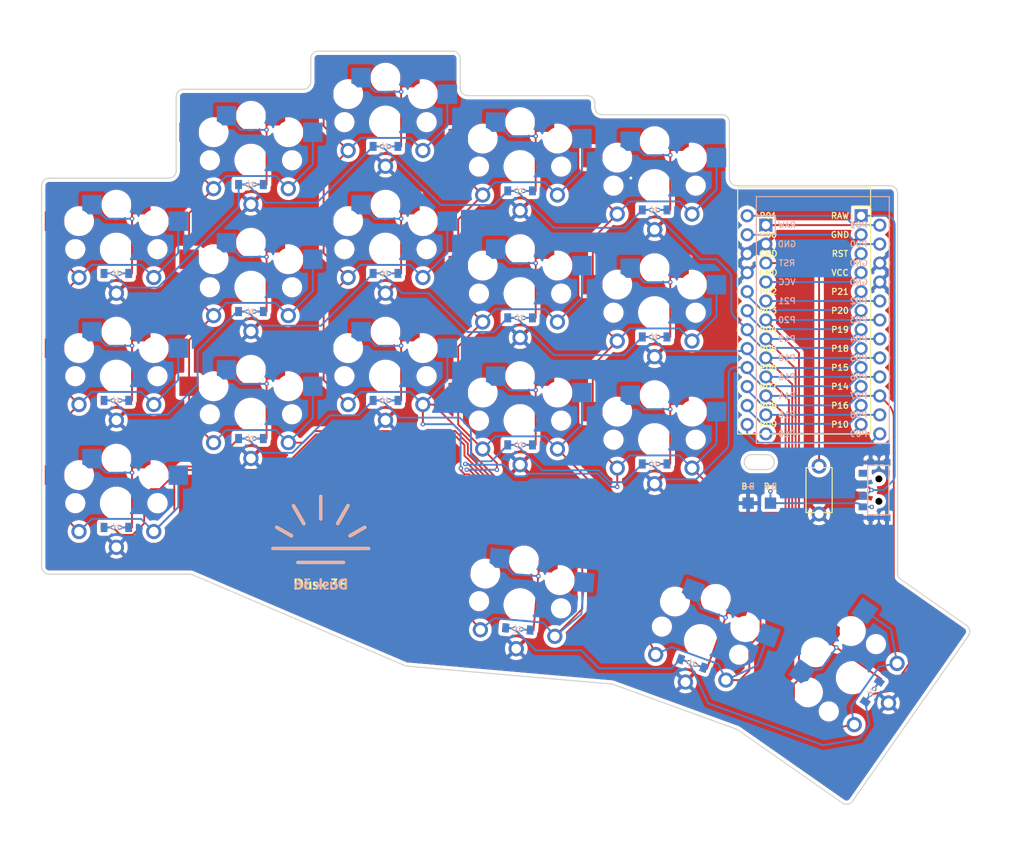
<source format=kicad_pcb>
(kicad_pcb (version 20211014) (generator pcbnew)
  (title_block (title "Dusk 36") (rev "v1.0.0") (company "@daveallie"))
  (layers (0 "F.Cu" signal) (31 "B.Cu" signal) (34 "B.Paste" user) (35 "F.Paste" user) (36 "B.SilkS" user "B.Silkscreen") (37 "F.SilkS" user "F.Silkscreen") (38 "B.Mask" user) (39 "F.Mask" user) (44 "Edge.Cuts" user))
  (net 0 "")
  (net 1 "pinky_bottom")
  (net 2 "P20")
  (net 3 "GND")
  (net 4 "P6")
  (net 5 "pinky_home")
  (net 6 "P5")
  (net 7 "pinky_top")
  (net 8 "P4")
  (net 9 "ring_bottom")
  (net 10 "P19")
  (net 11 "ring_home")
  (net 12 "ring_top")
  (net 13 "middle_bottom")
  (net 14 "P18")
  (net 15 "middle_home")
  (net 16 "middle_top")
  (net 17 "index_bottom")
  (net 18 "P15")
  (net 19 "index_home")
  (net 20 "index_top")
  (net 21 "inner_bottom")
  (net 22 "P14")
  (net 23 "inner_home")
  (net 24 "inner_top")
  (net 25 "near_thumb")
  (net 26 "P7")
  (net 27 "home_thumb")
  (net 28 "far_thumb")
  (net 29 "RAW")
  (net 30 "RST")
  (net 31 "VCC")
  (net 32 "P21")
  (net 33 "P16")
  (net 34 "P10")
  (net 35 "P1")
  (net 36 "P0")
  (net 37 "P2")
  (net 38 "P3")
  (net 39 "P8")
  (net 40 "P9")
  (net 41 "BPos")
  (footprint "E73:SPDT_C128955" (layer "F.Cu") (at 241.061444 103.841167 -90)
    (fp_text reference "T1" hide)
    (fp_text value "" hide)
  )
  (footprint "SW_TACT_PTS636_SK43_LFS" (layer "F.Cu") (at 233.061447 103.841164 -90)
    (fp_text reference "B1" hide)
    (fp_text value "" hide)
  )
  (footprint "Dusk 36:dusk" (layer "F.Cu") (at 166.4 111.6)
    (fp_text reference "G***" hide)
    (fp_text value "LOGO" hide)
  )
  (footprint "PG1350" (layer "F.Cu") (at 237.513339 128.958362 -125)
    (fp_text reference "S36" hide)
    (fp_text value "" hide)
  )
  (footprint "PG1350" (layer "F.Cu") (at 175.061439 71.591167 180)
    (fp_text reference "S16" hide)
    (fp_text value "" hide)
  )
  (footprint "PG1350" (layer "F.Cu") (at 193.061453 94.541169)
    (fp_text reference "S19" hide)
    (fp_text value "" hide)
  )
  (footprint "ComboDiode" (layer "F.Cu") (at 157.061442 62.941168)
    (fp_text reference "D6" hide)
    (fp_text value "" hide)
  )
  (footprint "PG1350" (layer "F.Cu") (at 211.06144 80.091175 180)
    (fp_text reference "S28" hide)
    (fp_text value "" hide)
  )
  (footprint "PG1350" (layer "F.Cu") (at 157.061442 93.691167)
    (fp_text reference "S7" hide)
    (fp_text value "" hide)
  )
  (footprint "ComboDiode" (layer "F.Cu") (at 192.778195 122.428802 -5)
    (fp_text reference "D16" hide)
    (fp_text value "" hide)
  )
  (footprint "PG1350" (layer "F.Cu") (at 211.061452 97.091167)
    (fp_text reference "S25" hide)
    (fp_text value "" hide)
  )
  (footprint "ComboDiode" (layer "F.Cu") (at 139.061446 108.841166)
    (fp_text reference "D1" hide)
    (fp_text value "" hide)
  )
  (footprint "PG1350" (layer "F.Cu") (at 175.061443 88.591173)
    (fp_text reference "S13" hide)
    (fp_text value "" hide)
  )
  (footprint "ComboDiode" (layer "F.Cu") (at 175.061442 74.841174)
    (fp_text reference "D8" hide)
    (fp_text value "" hide)
  )
  (footprint "ComboDiode" (layer "F.Cu") (at 139.061449 74.841168)
    (fp_text reference "D3" hide)
    (fp_text value "" hide)
  )
  (footprint "ComboDiode" (layer "F.Cu") (at 157.061445 79.94117)
    (fp_text reference "D5" hide)
    (fp_text value "" hide)
  )
  (footprint "PG1350" (layer "F.Cu") (at 175.061444 54.591168 180)
    (fp_text reference "S18" hide)
    (fp_text value "" hide)
  )
  (footprint "PG1350" (layer "F.Cu") (at 139.061438 71.591166)
    (fp_text reference "S5" hide)
    (fp_text value "" hide)
  )
  (footprint "PG1350" (layer "F.Cu") (at 217.199071 123.98886 -20)
    (fp_text reference "S33" hide)
    (fp_text value "" hide)
  )
  (footprint "ComboDiode" (layer "F.Cu") (at 240.175595 130.822487 55)
    (fp_text reference "D18" hide)
    (fp_text value "" hide)
  )
  (footprint "PG1350" (layer "F.Cu") (at 193.061453 94.541169 180)
    (fp_text reference "S20" hide)
    (fp_text value "" hide)
  )
  (footprint "PG1350" (layer "F.Cu") (at 175.061444 54.591168)
    (fp_text reference "S17" hide)
    (fp_text value "" hide)
  )
  (footprint "PG1350" (layer "F.Cu") (at 193.061439 77.541169)
    (fp_text reference "S21" hide)
    (fp_text value "" hide)
  )
  (footprint "SMDPad" (layer "F.Cu") (at 226.561441 105.591169)
    (fp_text reference "PAD1" hide)
    (fp_text value "" hide)
  )
  (footprint "PG1350" (layer "F.Cu") (at 139.061447 88.591163)
    (fp_text reference "S3" hide)
    (fp_text value "" hide)
  )
  (footprint "ComboDiode" (layer "F.Cu") (at 193.061444 63.791175)
    (fp_text reference "D12" hide)
    (fp_text value "" hide)
  )
  (footprint "PG1350" (layer "F.Cu") (at 139.06144 105.59116)
    (fp_text reference "S1" hide)
    (fp_text value "" hide)
  )
  (footprint "PG1350" (layer "F.Cu") (at 175.061439 71.591167)
    (fp_text reference "S15" hide)
    (fp_text value "" hide)
  )
  (footprint "PG1350" (layer "F.Cu") (at 211.061452 97.091167 180)
    (fp_text reference "S26" hide)
    (fp_text value "" hide)
  )
  (footprint "ProMicro" (layer "F.Cu") (at 231.061438 81.091172 -90)
    (fp_text reference "MCU1" hide)
    (fp_text value "" hide)
  )
  (footprint "PG1350" (layer "F.Cu") (at 237.513339 128.958362 55)
    (fp_text reference "S35" hide)
    (fp_text value "" hide)
  )
  (footprint "PG1350" (layer "F.Cu") (at 193.061438 60.541167 180)
    (fp_text reference "S24" hide)
    (fp_text value "" hide)
  )
  (footprint "PG1350" (layer "F.Cu") (at 139.06144 105.59116 180)
    (fp_text reference "S2" hide)
    (fp_text value "" hide)
  )
  (footprint "PG1350" (layer "F.Cu") (at 211.06144 80.091175)
    (fp_text reference "S27" hide)
    (fp_text value "" hide)
  )
  (footprint "PG1350" (layer "F.Cu") (at 193.061444 119.191175 -5)
    (fp_text reference "S31" hide)
    (fp_text value "" hide)
  )
  (footprint "PG1350" (layer "F.Cu") (at 139.061447 88.591163 180)
    (fp_text reference "S4" hide)
    (fp_text value "" hide)
  )
  (footprint "PG1350" (layer "F.Cu") (at 193.061439 77.541169 180)
    (fp_text reference "S22" hide)
    (fp_text value "" hide)
  )
  (footprint "PG1350" (layer "F.Cu") (at 175.061443 88.591173 180)
    (fp_text reference "S14" hide)
    (fp_text value "" hide)
  )
  (footprint "ComboDiode" (layer "F.Cu") (at 211.061447 66.341168)
    (fp_text reference "D15" hide)
    (fp_text value "" hide)
  )
  (footprint "ComboDiode" (layer "F.Cu") (at 211.061444 100.341176)
    (fp_text reference "D13" hide)
    (fp_text value "" hide)
  )
  (footprint "ComboDiode" (layer "F.Cu") (at 216.087509 127.042858 -20)
    (fp_text reference "D17" hide)
    (fp_text value "" hide)
  )
  (footprint "PG1350" (layer "F.Cu") (at 157.061442 93.691167 180)
    (fp_text reference "S8" hide)
    (fp_text value "" hide)
  )
  (footprint "PG1350" (layer "F.Cu") (at 193.061444 119.191175 175)
    (fp_text reference "S32" hide)
    (fp_text value "" hide)
  )
  (footprint "ComboDiode" (layer "F.Cu") (at 193.061444 80.791162)
    (fp_text reference "D11" hide)
    (fp_text value "" hide)
  )
  (footprint "PG1350" (layer "F.Cu") (at 157.061439 59.691165)
    (fp_text reference "S11" hide)
    (fp_text value "" hide)
  )
  (footprint "E73:SPDT_C128955" (layer "F.Cu") (at 241.061444 103.841167 -90)
    (fp_text reference "T2" hide)
    (fp_text value "" hide)
  )
  (footprint "PG1350" (layer "F.Cu") (at 193.061438 60.541167)
    (fp_text reference "S23" hide)
    (fp_text value "" hide)
  )
  (footprint "SMDPad" (layer "F.Cu") (at 223.561448 105.591175)
    (fp_text reference "PAD2" hide)
    (fp_text value "" hide)
  )
  (footprint "ComboDiode" (layer "F.Cu") (at 211.06144 83.341165)
    (fp_text reference "D14" hide)
    (fp_text value "" hide)
  )
  (footprint "ComboDiode" (layer "F.Cu") (at 175.061437 91.84117)
    (fp_text reference "D7" hide)
    (fp_text value "" hide)
  )
  (footprint "ComboDiode" (layer "F.Cu") (at 193.061448 97.791167)
    (fp_text reference "D10" hide)
    (fp_text value "" hide)
  )
  (footprint "PG1350" (layer "F.Cu") (at 211.061446 63.091168 180)
    (fp_text reference "S30" hide)
    (fp_text value "" hide)
  )
  (footprint "PG1350" (layer "F.Cu") (at 157.061445 76.69117)
    (fp_text reference "S9" hide)
    (fp_text value "" hide)
  )
  (footprint "PG1350" (layer "F.Cu") (at 217.199071 123.98886 160)
    (fp_text reference "S34" hide)
    (fp_text value "" hide)
  )
  (footprint "PG1350" (layer "F.Cu") (at 157.061439 59.691165 180)
    (fp_text reference "S12" hide)
    (fp_text value "" hide)
  )
  (footprint "ComboDiode" (layer "F.Cu") (at 157.061444 96.941166)
    (fp_text reference "D4" hide)
    (fp_text value "" hide)
  )
  (footprint "ComboDiode" (layer "F.Cu") (at 175.061442 57.841165)
    (fp_text reference "D9" hide)
    (fp_text value "" hide)
  )
  (footprint "ComboDiode" (layer "F.Cu") (at 139.06144 91.841171)
    (fp_text reference "D2" hide)
    (fp_text value "" hide)
  )
  (footprint "PG1350" (layer "F.Cu") (at 157.061445 76.69117 180)
    (fp_text reference "S10" hide)
    (fp_text value "" hide)
  )
  (footprint "PG1350" (layer "F.Cu") (at 211.061446 63.091168)
    (fp_text reference "S29" hide)
    (fp_text value "" hide)
  )
  (footprint "PG1350" (layer "F.Cu") (at 139.061438 71.591166 180)
    (fp_text reference "S6" hide)
    (fp_text value "" hide)
  )
  (footprint "ProMicro" (layer "B.Cu") (at 233.561442 82.341168 -90)
    (fp_text reference "MCU2" hide)
    (fp_text value "" hide)
  )
  (footprint "Dusk 36:dusk" (layer "B.Cu") (at 166.4 111.6 180)
    (fp_text reference "G***" hide)
    (fp_text value "LOGO" hide)
  )
  (gr_arc (start 186.061446 51.041162) (mid 185.354373 50.748237) (end 185.06145 50.041164) (layer "Edge.Cuts") (width 0.15))
  (gr_arc (start 148.856363 115.091172) (mid 149.057263 115.11157) (end 149.249973 115.171896) (layer "Edge.Cuts") (width 0.15))
  (gr_line (start 252.792994 121.956058) (end 243.98786 115.790641) (layer "Edge.Cuts") (width 0.15))
  (gr_line (start 165.061441 46.091171) (end 165.061438 49.191171) (layer "Edge.Cuts") (width 0.15))
  (gr_line (start 177.948024 127.405202) (end 205.279373 129.79639) (layer "Edge.Cuts") (width 0.15))
  (gr_line (start 177.641562 127.328294) (end 149.249973 115.171896) (layer "Edge.Cuts") (width 0.15))
  (gr_arc (start 165.061441 46.091171) (mid 165.35433 45.384049) (end 166.061445 45.091165) (layer "Edge.Cuts") (width 0.15))
  (gr_line (start 164.061445 50.191175) (end 148.061444 50.191174) (layer "Edge.Cuts") (width 0.15))
  (gr_arc (start 242.561442 63.091167) (mid 243.268524 63.384085) (end 243.561435 64.091166) (layer "Edge.Cuts") (width 0.15))
  (gr_arc (start 147.061443 51.191167) (mid 147.354338 50.484085) (end 148.061444 50.191174) (layer "Edge.Cuts") (width 0.15))
  (gr_arc (start 177.948024 127.405202) (mid 177.791735 127.378931) (end 177.641562 127.328294) (layer "Edge.Cuts") (width 0.15))
  (gr_arc (start 147.061445 61.091176) (mid 146.768549 61.798306) (end 146.061439 62.091175) (layer "Edge.Cuts") (width 0.15))
  (gr_arc (start 202.061444 51.04117) (mid 202.768524 51.33409) (end 203.061443 52.041172) (layer "Edge.Cuts") (width 0.15))
  (gr_line (start 224.061433 99.091174) (end 226.061436 99.091173) (layer "Edge.Cuts") (width 0.15))
  (gr_arc (start 237.552018 145.465885) (mid 236.906513 145.877145) (end 236.159292 145.711459) (layer "Edge.Cuts") (width 0.15))
  (gr_line (start 242.561442 63.091167) (end 222.061445 63.091171) (layer "Edge.Cuts") (width 0.15))
  (gr_arc (start 220.061438 53.591173) (mid 220.768518 53.884091) (end 221.061435 54.591171) (layer "Edge.Cuts") (width 0.15))
  (gr_line (start 146.061439 62.091175) (end 130.061444 62.091175) (layer "Edge.Cuts") (width 0.15))
  (gr_arc (start 184.061449 45.091167) (mid 184.768585 45.38403) (end 185.061447 46.091167) (layer "Edge.Cuts") (width 0.15))
  (gr_arc (start 226.061436 99.091173) (mid 227.061437 100.091151) (end 226.061445 101.091162) (layer "Edge.Cuts") (width 0.15))
  (gr_line (start 129.061444 114.09117) (end 129.061451 63.091179) (layer "Edge.Cuts") (width 0.15))
  (gr_line (start 203.061442 52.591173) (end 203.061443 52.041172) (layer "Edge.Cuts") (width 0.15))
  (gr_arc (start 205.279368 129.796381) (mid 205.40865 129.816285) (end 205.534231 129.852884) (layer "Edge.Cuts") (width 0.15))
  (gr_line (start 202.061444 51.04117) (end 186.061446 51.041162) (layer "Edge.Cuts") (width 0.15))
  (gr_line (start 185.06145 50.041164) (end 185.061447 46.091167) (layer "Edge.Cuts") (width 0.15))
  (gr_line (start 205.534231 129.852884) (end 222.021737 135.853849) (layer "Edge.Cuts") (width 0.15))
  (gr_line (start 222.253283 135.974398) (end 236.159292 145.711459) (layer "Edge.Cuts") (width 0.15))
  (gr_line (start 184.061449 45.091167) (end 166.061445 45.091165) (layer "Edge.Cuts") (width 0.15))
  (gr_arc (start 129.061451 63.091179) (mid 129.354334 62.384059) (end 130.061444 62.091175) (layer "Edge.Cuts") (width 0.15))
  (gr_arc (start 222.02174 135.853854) (mid 222.141463 135.906535) (end 222.253283 135.974398) (layer "Edge.Cuts") (width 0.15))
  (gr_arc (start 222.061445 63.091171) (mid 221.354372 62.798251) (end 221.061433 62.091184) (layer "Edge.Cuts") (width 0.15))
  (gr_line (start 243.561441 114.971503) (end 243.561435 64.091166) (layer "Edge.Cuts") (width 0.15))
  (gr_line (start 147.061443 51.191167) (end 147.061445 61.091176) (layer "Edge.Cuts") (width 0.15))
  (gr_line (start 237.552016 145.465893) (end 253.038579 123.348797) (layer "Edge.Cuts") (width 0.15))
  (gr_line (start 220.061438 53.591173) (end 204.061443 53.591175) (layer "Edge.Cuts") (width 0.15))
  (gr_line (start 130.061444 115.091164) (end 148.856363 115.091172) (layer "Edge.Cuts") (width 0.15))
  (gr_arc (start 165.061438 49.191171) (mid 164.768547 49.898296) (end 164.061445 50.191175) (layer "Edge.Cuts") (width 0.15))
  (gr_arc (start 204.061443 53.591175) (mid 203.354307 53.298308) (end 203.061442 52.591173) (layer "Edge.Cuts") (width 0.15))
  (gr_arc (start 224.061431 101.091166) (mid 223.061442 100.091155) (end 224.061433 99.091174) (layer "Edge.Cuts") (width 0.15))
  (gr_arc (start 243.98786 115.790641) (mid 243.674453 115.433235) (end 243.561441 114.971503) (layer "Edge.Cuts") (width 0.15))
  (gr_line (start 221.061433 62.091184) (end 221.061435 54.591171) (layer "Edge.Cuts") (width 0.15))
  (gr_arc (start 252.792994 121.956058) (mid 253.204274 122.601571) (end 253.038579 123.348797) (layer "Edge.Cuts") (width 0.15))
  (gr_line (start 224.061431 101.091166) (end 226.061445 101.091162) (layer "Edge.Cuts") (width 0.15))
  (gr_arc (start 130.061444 115.091164) (mid 129.354343 114.79827) (end 129.061444 114.09117) (layer "Edge.Cuts") (width 0.15))
  (segment (start 141.150936 100.82667) (end 141.150946 108.841163) (width 0.25) (layer "F.Cu") (net 1))
  (segment (start 142.336445 99.641168) (end 141.150936 100.82667) (width 0.25) (layer "F.Cu") (net 1))
  (segment (start 139.511437 108.841165) (end 140.711441 108.841173) (width 0.25) (layer "F.Cu") (net 1))
  (via (at 141.158837 101.516174) (size 0.6) (drill 0.3) (layers "F.Cu" "B.Cu") (net 1))
  (segment (start 139.511438 108.841171) (end 140.71144 108.841168) (width 0.25) (layer "B.Cu") (net 1))
  (segment (start 139.772134 101.516167) (end 141.158837 101.516174) (width 0.25) (layer "B.Cu") (net 1))
  (segment (start 135.786442 99.641172) (end 137.66144 101.51617) (width 0.25) (layer "B.Cu") (net 1))
  (segment (start 137.66144 101.51617) (end 139.772134 101.516167) (width 0.25) (layer "B.Cu") (net 1))
  (segment (start 144.061445 109.391164) (end 146.80291 106.649699) (width 0.25) (layer "F.Cu") (net 2))
  (segment (start 130.786444 67.841171) (end 130.786442 72.116166) (width 0.25) (layer "F.Cu") (net 2))
  (segment (start 130.786442 72.116166) (end 134.061444 75.391167) (width 0.25) (layer "F.Cu") (net 2))
  (segment (start 130.786433 101.841169) (end 130.78644 95.666163) (width 0.25) (layer "F.Cu") (net 2))
  (segment (start 185.62184 97.81075) (end 185.621839 99.22436) (width 0.25) (layer "F.Cu") (net 2))
  (segment (start 146.802912 102.320498) (end 147.981657 101.141756) (width 0.25) (layer "F.Cu") (net 2))
  (segment (start 146.80291 106.649699) (end 146.802912 102.320498) (width 0.25) (layer "F.Cu") (net 2))
  (segment (start 161.01687 101.141755) (end 165.766872 96.391759) (width 0.25) (layer "F.Cu") (net 2))
  (segment (start 130.786452 84.841172) (end 130.78644 89.11618) (width 0.25) (layer "F.Cu") (net 2))
  (segment (start 230.373066 85.502787) (end 225.94144 81.07116) (width 0.25) (layer "F.Cu") (net 2))
  (segment (start 230.373069 105.033172) (end 230.373066 85.502787) (width 0.25) (layer "F.Cu") (net 2))
  (segment (start 147.981657 101.141756) (end 161.01687 101.141755) (width 0.25) (layer "F.Cu") (net 2))
  (segment (start 130.78644 89.11618) (end 134.061438 92.391167) (width 0.25) (layer "F.Cu") (net 2))
  (segment (start 130.786452 84.841172) (end 130.786441 78.66617) (width 0.25) (layer "F.Cu") (net 2))
  (segment (start 185.621839 99.22436) (end 194.321127 107.923649) (width 0.25) (layer "F.Cu") (net 2))
  (segment (start 230.373066 106.08517) (end 230.373069 105.033172) (width 0.25) (layer "F.Cu") (net 2))
  (segment (start 130.786433 101.841169) (end 130.786441 106.116172) (width 0.25) (layer "F.Cu") (net 2))
  (segment (start 165.766872 96.391759) (end 184.202848 96.391756) (width 0.25) (layer "F.Cu") (net 2))
  (segment (start 130.786441 106.116172) (end 134.061437 109.391174) (width 0.25) (layer "F.Cu") (net 2))
  (segment (start 184.202848 96.391756) (end 185.62184 97.81075) (width 0.25) (layer "F.Cu") (net 2))
  (segment (start 130.78644 95.666163) (end 134.061438 92.391167) (width 0.25) (layer "F.Cu") (net 2))
  (segment (start 196.159605 108.685168) (end 227.773068 108.68517) (width 0.25) (layer "F.Cu") (net 2))
  (segment (start 130.786441 78.66617) (end 134.061444 75.391167) (width 0.25) (layer "F.Cu") (net 2))
  (arc (start 194.321127 107.923649) (mid 195.164631 108.487258) (end 196.159605 108.685168) (width 0.25) (layer "F.Cu") (net 2))
  (arc (start 227.773068 108.68517) (mid 229.611545 107.92365) (end 230.373066 106.08517) (width 0.25) (layer "F.Cu") (net 2))
  (segment (start 142.371012 90.70073) (end 144.06144 92.391176) (width 0.25) (layer "B.Cu") (net 2))
  (segment (start 225.941446 81.071169) (end 237.431445 81.071167) (width 0.25) (layer "B.Cu") (net 2))
  (segment (start 142.370999 107.700725) (end 144.061437 109.391169) (width 0.25) (layer "B.Cu") (net 2))
  (segment (start 147.336444 106.116166) (end 144.061437 109.391169) (width 0.25) (layer "B.Cu") (net 2))
  (segment (start 134.06145 109.39117) (end 135.751874 107.700733) (width 0.25) (layer "B.Cu") (net 2))
  (segment (start 147.336451 67.84117) (end 147.336435 72.116168) (width 0.25) (layer "B.Cu") (net 2))
  (segment (start 237.431445 81.071167) (end 238.681437 79.821176) (width 0.25) (layer "B.Cu") (net 2))
  (segment (start 135.751886 90.700725) (end 142.371012 90.70073) (width 0.25) (layer "B.Cu") (net 2))
  (segment (start 147.336439 89.116171) (end 144.06144 92.391176) (width 0.25) (layer "B.Cu") (net 2))
  (segment (start 134.06144 92.391169) (end 135.751886 90.700725) (width 0.25) (layer "B.Cu") (net 2))
  (segment (start 147.336435 72.116168) (end 144.061443 75.391161) (width 0.25) (layer "B.Cu") (net 2))
  (segment (start 134.061438 75.391171) (end 135.751884 73.700733) (width 0.25) (layer "B.Cu") (net 2))
  (segment (start 147.336443 101.841158) (end 147.336444 106.116166) (width 0.25) (layer "B.Cu") (net 2))
  (segment (start 135.751874 107.700733) (end 142.370999 107.700725) (width 0.25) (layer "B.Cu") (net 2))
  (segment (start 135.751884 73.700733) (end 142.371007 73.700731) (width 0.25) (layer "B.Cu") (net 2))
  (segment (start 147.336442 84.84117) (end 147.336439 89.116171) (width 0.25) (layer "B.Cu") (net 2))
  (segment (start 142.371007 73.700731) (end 144.061443 75.391161) (width 0.25) (layer "B.Cu") (net 2))
  (via (at 207.881851 62.081498) (size 0.8) (drill 0.4) (layers "F.Cu" "B.Cu") (net 3))
  (segment (start 225.76 70.862552) (end 225.941438 70.911168) (width 0.25) (layer "B.Cu") (net 3))
  (segment (start 225.759996 70.862553) (end 225.941438 70.911169) (width 0.25) (layer "B.Cu") (net 3))
  (segment (start 223.44144 72.201176) (end 225.76 70.862552) (width 1.5) (layer "B.Cu") (net 3))
  (segment (start 146.352909 102.134102) (end 147.795256 100.691756) (width 0.25) (layer "F.Cu") (net 4))
  (segment (start 151.660851 100.691757) (end 155.411444 96.941166) (width 0.25) (layer "F.Cu") (net 4))
  (segment (start 146.35291 102.2205) (end 146.352909 102.134102) (width 0.25) (layer "F.Cu") (net 4))
  (segment (start 143.657248 103.716164) (end 144.857248 103.716164) (width 0.25) (layer "F.Cu") (net 4))
  (segment (start 155.411439 96.941172) (end 156.611443 96.941171) (width 0.25) (layer "F.Cu") (net 4))
  (segment (start 142.777079 108.296333) (end 142.777077 104.596333) (width 0.25) (layer "F.Cu") (net 4))
  (segment (start 192.611452 97.791166) (end 191.411447 97.791172) (width 0.25) (layer "F.Cu") (net 4))
  (segment (start 147.795256 100.691756) (end 151.660851 100.691757) (width 0.25) (layer "F.Cu") (net 4))
  (segment (start 139.607935 109.83766) (end 141.235749 109.83766) (width 0.25) (layer "F.Cu") (net 4))
  (segment (start 138.611447 108.841167) (end 139.607935 109.83766) (width 0.25) (layer "F.Cu") (net 4))
  (segment (start 138.611435 108.841165) (end 137.411437 108.841173) (width 0.25) (layer "F.Cu") (net 4))
  (segment (start 142.777077 104.596333) (end 143.657248 103.716164) (width 0.25) (layer "F.Cu") (net 4))
  (segment (start 141.235749 109.83766) (end 142.777079 108.296333) (width 0.25) (layer "F.Cu") (net 4))
  (segment (start 210.611437 100.341168) (end 209.41144 100.341172) (width 0.25) (layer "F.Cu") (net 4))
  (segment (start 144.857248 103.716164) (end 146.35291 102.2205) (width 0.25) (layer "F.Cu") (net 4))
  (segment (start 174.611441 91.841165) (end 173.411451 91.841164) (width 0.25) (layer "F.Cu") (net 4))
  (segment (start 187.33165 99.991758) (end 189.210856 99.991761) (width 0.25) (layer "B.Cu") (net 4))
  (segment (start 216.613946 102.391758) (end 220.606946 98.398757) (width 0.25) (layer "B.Cu") (net 4))
  (segment (start 192.611444 97.791166) (end 196.012038 101.191756) (width 0.25) (layer "B.Cu") (net 4))
  (segment (start 189.210856 99.991761) (end 191.411447 97.791167) (width 0.25) (layer "B.Cu") (net 4))
  (segment (start 223.441437 87.890064) (end 225.486903 89.935524) (width 0.25) (layer "B.Cu") (net 4))
  (segment (start 203.581655 101.191759) (end 205.164347 102.77445) (width 0.25) (layer "B.Cu") (net 4))
  (segment (start 174.611437 91.841169) (end 176.912025 94.141757) (width 0.25) (layer "B.Cu") (net 4))
  (segment (start 206.978167 102.774451) (end 209.411445 100.341178) (width 0.25) (layer "B.Cu") (net 4))
  (segment (start 186.481652 95.631652) (end 186.481652 99.141756) (width 0.25) (layer "B.Cu") (net 4))
  (segment (start 171.421252 93.831356) (end 173.411443 91.841164) (width 0.25) (layer "B.Cu") (net 4))
  (segment (start 167.642053 93.831352) (end 171.421252 93.831356) (width 0.25) (layer "B.Cu") (net 4))
  (segment (start 184.991757 94.141757) (end 186.481652 95.631652) (width 0.25) (layer "B.Cu") (net 4))
  (segment (start 137.411438 108.84117) (end 138.611448 108.841165) (width 0.25) (layer "B.Cu") (net 4))
  (segment (start 210.611442 100.341161) (end 209.41144 100.341173) (width 0.25) (layer "B.Cu") (net 4))
  (segment (start 210.611439 100.341177) (end 212.662017 102.391758) (width 0.25) (layer "B.Cu") (net 4))
  (segment (start 186.481652 99.141756) (end 187.33165 99.991758) (width 0.25) (layer "B.Cu") (net 4))
  (segment (start 156.611449 96.941173) (end 158.512031 98.841756) (width 0.25) (layer "B.Cu") (net 4))
  (segment (start 176.912025 94.141757) (end 184.991757 94.141757) (width 0.25) (layer "B.Cu") (net 4))
  (segment (start 158.512031 98.841756) (end 162.631653 98.841757) (width 0.25) (layer "B.Cu") (net 4))
  (segment (start 212.662017 102.391758) (end 216.613946 102.391758) (width 0.25) (layer "B.Cu") (net 4))
  (segment (start 225.486903 89.935524) (end 237.028193 89.935531) (width 0.25) (layer "B.Cu") (net 4))
  (segment (start 238.27255 88.691169) (end 241.181438 88.691165) (width 0.25) (layer "B.Cu") (net 4))
  (segment (start 220.973064 97.514875) (end 220.973062 88.241171) (width 0.25) (layer "B.Cu") (net 4))
  (segment (start 237.028193 89.935531) (end 238.27255 88.691169) (width 0.25) (layer "B.Cu") (net 4))
  (segment (start 174.611435 91.841161) (end 173.411444 91.841171) (width 0.25) (layer "B.Cu") (net 4))
  (segment (start 192.611433 97.791181) (end 191.411437 97.791169) (width 0.25) (layer "B.Cu") (net 4))
  (segment (start 221.773065 87.44117) (end 223.44144 87.441167) (width 0.25) (layer "B.Cu") (net 4))
  (segment (start 205.164347 102.77445) (end 206.978167 102.774451) (width 0.25) (layer "B.Cu") (net 4))
  (segment (start 156.611442 96.94118) (end 155.411449 96.94117) (width 0.25) (layer "B.Cu") (net 4))
  (segment (start 196.012038 101.191756) (end 203.581655 101.191759) (width 0.25) (layer "B.Cu") (net 4))
  (segment (start 223.441441 87.441173) (end 223.441437 87.890064) (width 0.25) (layer "B.Cu") (net 4))
  (segment (start 162.631653 98.841757) (end 167.642053 93.831352) (width 0.25) (layer "B.Cu") (net 4))
  (arc (start 220.606946 98.398757) (mid 220.877913 97.993229) (end 220.973064 97.514875) (width 0.25) (layer "B.Cu") (net 4))
  (arc (start 220.973062 88.241171) (mid 221.20738 87.675485) (end 221.773065 87.44117) (width 0.25) (layer "B.Cu") (net 4))
  (segment (start 141.150945 83.826662) (end 141.150943 91.841169) (width 0.25) (layer "F.Cu") (net 5))
  (segment (start 142.336449 82.641166) (end 141.150945 83.826662) (width 0.25) (layer "F.Cu") (net 5))
  (segment (start 139.511444 91.841167) (end 140.71144 91.841176) (width 0.25) (layer "F.Cu") (net 5))
  (via (at 141.158843 84.516173) (size 0.6) (drill 0.3) (layers "F.Cu" "B.Cu") (net 5))
  (segment (start 139.511429 91.841172) (end 140.711446 91.841173) (width 0.25) (layer "B.Cu") (net 5))
  (segment (start 139.822133 84.516162) (end 141.158843 84.516173) (width 0.25) (layer "B.Cu") (net 5))
  (segment (start 137.661444 84.516163) (end 139.822133 84.516162) (width 0.25) (layer "B.Cu") (net 5))
  (segment (start 135.786436 82.641166) (end 137.661444 84.516163) (width 0.25) (layer "B.Cu") (net 5))
  (segment (start 192.611445 80.791173) (end 191.411439 80.791159) (width 0.25) (layer "F.Cu") (net 6))
  (segment (start 174.611444 74.841175) (end 173.411447 74.841178) (width 0.25) (layer "F.Cu") (net 6))
  (segment (start 138.611444 91.841164) (end 137.411447 91.841168) (width 0.25) (layer "F.Cu") (net 6))
  (segment (start 209.411437 83.341169) (end 210.61144 83.341171) (width 0.25) (layer "F.Cu") (net 6))
  (segment (start 156.611438 79.941163) (end 155.411444 79.941172) (width 0.25) (layer "F.Cu") (net 6))
  (segment (start 189.520435 82.682165) (end 191.411439 80.791159) (width 0.25) (layer "B.Cu") (net 6))
  (segment (start 174.611443 74.841173) (end 177.252912 77.482638) (width 0.25) (layer "B.Cu") (net 6))
  (segment (start 225.581242 87.489867) (end 236.933851 87.489865) (width 0.25) (layer "B.Cu") (net 6))
  (segment (start 212.50245 85.232175) (end 223.110438 85.232166) (width 0.25) (layer "B.Cu") (net 6))
  (segment (start 149.923062 89.732644) (end 149.923061 85.232637) (width 0.25) (layer "B.Cu") (net 6))
  (segment (start 180.823061 77.482638) (end 186.022589 82.682167) (width 0.25) (layer "B.Cu") (net 6))
  (segment (start 149.923061 85.232637) (end 155.214536 79.94117) (width 0.25) (layer "B.Cu") (net 6))
  (segment (start 206.978153 85.774449) (end 209.411434 83.341164) (width 0.25) (layer "B.Cu") (net 6))
  (segment (start 223.441441 85.350063) (end 225.581242 87.489867) (width 0.25) (layer "B.Cu") (net 6))
  (segment (start 210.611442 83.341185) (end 209.411441 83.341182) (width 0.25) (layer "B.Cu") (net 6))
  (segment (start 138.611439 91.841163) (end 137.411446 91.841178) (width 0.25) (layer "B.Cu") (net 6))
  (segment (start 138.611438 91.841161) (end 140.502437 93.732171) (width 0.25) (layer "B.Cu") (net 6))
  (segment (start 238.27255 86.151171) (end 241.181439 86.15117) (width 0.25) (layer "B.Cu") (net 6))
  (segment (start 156.611444 79.941171) (end 158.502439 81.832166) (width 0.25) (layer "B.Cu") (net 6))
  (segment (start 155.214536 79.94117) (end 155.411444 79.941174) (width 0.25) (layer "B.Cu") (net 6))
  (segment (start 140.502437 93.732171) (end 145.923533 93.732168) (width 0.25) (layer "B.Cu") (net 6))
  (segment (start 158.502439 81.832166) (end 166.420445 81.832163) (width 0.25) (layer "B.Cu") (net 6))
  (segment (start 166.420445 81.832163) (end 173.411444 74.841163) (width 0.25) (layer "B.Cu") (net 6))
  (segment (start 197.594725 85.774454) (end 206.978153 85.774449) (width 0.25) (layer "B.Cu") (net 6))
  (segment (start 145.923533 93.732168) (end 149.923062 89.732644) (width 0.25) (layer "B.Cu") (net 6))
  (segment (start 223.441438 84.901173) (end 223.441441 85.350063) (width 0.25) (layer "B.Cu") (net 6))
  (segment (start 210.61145 83.341167) (end 212.50245 85.232175) (width 0.25) (layer "B.Cu") (net 6))
  (segment (start 192.611442 80.791163) (end 197.594725 85.774454) (width 0.25) (layer "B.Cu") (net 6))
  (segment (start 192.611442 80.791167) (end 191.411443 80.791166) (width 0.25) (layer "B.Cu") (net 6))
  (segment (start 236.933851 87.489865) (end 238.27255 86.151171) (width 0.25) (layer "B.Cu") (net 6))
  (segment (start 223.110438 85.232166) (end 223.441443 84.901167) (width 0.25) (layer "B.Cu") (net 6))
  (segment (start 174.611444 74.841172) (end 173.411437 74.841168) (width 0.25) (layer "B.Cu") (net 6))
  (segment (start 156.61145 79.941174) (end 155.411444 79.941172) (width 0.25) (layer "B.Cu") (net 6))
  (segment (start 186.022589 82.682167) (end 189.520435 82.682165) (width 0.25) (layer "B.Cu") (net 6))
  (segment (start 177.252912 77.482638) (end 180.823061 77.482638) (width 0.25) (layer "B.Cu") (net 6))
  (segment (start 141.150941 66.826662) (end 141.15094 74.841167) (width 0.25) (layer "F.Cu") (net 7))
  (segment (start 142.336439 65.641173) (end 141.150941 66.826662) (width 0.25) (layer "F.Cu") (net 7))
  (segment (start 139.511457 74.841173) (end 140.711448 74.841165) (width 0.25) (layer "F.Cu") (net 7))
  (via (at 141.158841 67.516175) (size 0.6) (drill 0.3) (layers "F.Cu" "B.Cu") (net 7))
  (segment (start 140.572136 67.51617) (end 141.158841 67.516175) (width 0.25) (layer "B.Cu") (net 7))
  (segment (start 137.661442 67.516166) (end 140.572136 67.51617) (width 0.25) (layer "B.Cu") (net 7))
  (segment (start 139.511457 74.841173) (end 140.711442 74.841168) (width 0.25) (layer "B.Cu") (net 7))
  (segment (start 135.786442 65.641168) (end 137.661442 67.516166) (width 0.25) (layer "B.Cu") (net 7))
  (segment (start 138.611438 74.841164) (end 137.411437 74.841158) (width 0.25) (layer "F.Cu") (net 8))
  (segment (start 210.611441 66.341166) (end 209.411448 66.341173) (width 0.25) (layer "F.Cu") (net 8))
  (segment (start 174.611452 57.841169) (end 173.411449 57.841168) (width 0.25) (layer "F.Cu") (net 8))
  (segment (start 155.411436 62.94117) (end 156.61144 62.941173) (width 0.25) (layer "F.Cu") (net 8))
  (segment (start 192.611442 63.791173) (end 191.411449 63.791169) (width 0.25) (layer "F.Cu") (net 8))
  (segment (start 144.616897 76.732171) (end 155.41144 65.937633) (width 0.25) (layer "B.Cu") (net 8))
  (segment (start 155.41144 62.941163) (end 156.611437 62.941168) (width 0.25) (layer "B.Cu") (net 8))
  (segment (start 192.61144 63.791173) (end 191.411447 63.791179) (width 0.25) (layer "B.Cu") (net 8))
  (segment (start 140.502445 76.732171) (end 144.616897 76.732171) (width 0.25) (layer "B.Cu") (net 8))
  (segment (start 223.441437 82.810063) (end 225.443843 84.812466) (width 0.25) (layer "B.Cu") (net 8))
  (segment (start 210.611443 66.341164) (end 209.41144 66.341165) (width 0.25) (layer "B.Cu") (net 8))
  (segment (start 138.61144 74.841171) (end 140.502445 76.732171) (width 0.25) (layer "B.Cu") (net 8))
  (segment (start 219.323063 72.932651) (end 220.956944 74.566524) (width 0.25) (layer "B.Cu") (net 8))
  (segment (start 225.443843 84.812466) (end 237.071246 84.812471) (width 0.25) (layer "B.Cu") (net 8))
  (segment (start 174.611448 57.841172) (end 173.411449 57.84117) (width 0.25) (layer "B.Cu") (net 8))
  (segment (start 182.452446 65.682173) (end 189.520441 65.682169) (width 0.25) (layer "B.Cu") (net 8))
  (segment (start 174.611438 57.841173) (end 182.452446 65.682173) (width 0.25) (layer "B.Cu") (net 8))
  (segment (start 138.611443 74.841178) (end 137.411437 74.841158) (width 0.25) (layer "B.Cu") (net 8))
  (segment (start 221.689173 80.608912) (end 223.441436 82.361177) (width 0.25) (layer "B.Cu") (net 8))
  (segment (start 238.272551 83.611167) (end 241.181442 83.611167) (width 0.25) (layer "B.Cu") (net 8))
  (segment (start 156.61144 62.941169) (end 159.044715 65.374448) (width 0.25) (layer "B.Cu") (net 8))
  (segment (start 197.552911 68.732641) (end 207.019971 68.732641) (width 0.25) (layer "B.Cu") (net 8))
  (segment (start 207.019971 68.732641) (end 209.411441 66.341164) (width 0.25) (layer "B.Cu") (net 8))
  (segment (start 223.44144 82.361176) (end 223.441437 82.810063) (width 0.25) (layer "B.Cu") (net 8))
  (segment (start 159.044715 65.374448) (end 165.878161 65.374443) (width 0.25) (layer "B.Cu") (net 8))
  (segment (start 217.202916 72.932639) (end 219.323063 72.932651) (width 0.25) (layer "B.Cu") (net 8))
  (segment (start 237.071246 84.812471) (end 238.272551 83.611167) (width 0.25) (layer "B.Cu") (net 8))
  (segment (start 189.520441 65.682169) (end 191.411439 63.791167) (width 0.25) (layer "B.Cu") (net 8))
  (segment (start 192.611443 63.791169) (end 197.552911 68.732641) (width 0.25) (layer "B.Cu") (net 8))
  (segment (start 155.41144 65.937633) (end 155.411439 62.941176) (width 0.25) (layer "B.Cu") (net 8))
  (segment (start 165.878161 65.374443) (end 173.411439 57.841171) (width 0.25) (layer "B.Cu") (net 8))
  (segment (start 221.323062 75.45041) (end 221.323059 79.725029) (width 0.25) (layer "B.Cu") (net 8))
  (segment (start 210.611438 66.341167) (end 217.202916 72.932639) (width 0.25) (layer "B.Cu") (net 8))
  (arc (start 221.323062 75.45041) (mid 221.227912 74.972055) (end 220.956944 74.566524) (width 0.25) (layer "B.Cu") (net 8))
  (arc (start 221.323059 79.725029) (mid 221.41821 80.203386) (end 221.689173 80.608912) (width 0.25) (layer "B.Cu") (net 8))
  (segment (start 160.336432 87.741175) (end 159.150945 88.926659) (width 0.25) (layer "F.Cu") (net 9))
  (segment (start 157.511447 96.941174) (end 158.711441 96.941171) (width 0.25) (layer "F.Cu") (net 9))
  (segment (start 159.150945 88.926659) (end 159.150938 96.941175) (width 0.25) (layer "F.Cu") (net 9))
  (via (at 159.158848 89.616164) (size 0.6) (drill 0.3) (layers "F.Cu" "B.Cu") (net 9))
  (segment (start 157.511435 96.941177) (end 158.711445 96.94117) (width 0.25) (layer "B.Cu") (net 9))
  (segment (start 153.786441 87.741163) (end 155.661445 89.616158) (width 0.25) (layer "B.Cu") (net 9))
  (segment (start 155.661445 89.616158) (end 157.872139 89.616171) (width 0.25) (layer "B.Cu") (net 9))
  (segment (start 157.872139 89.616171) (end 159.158848 89.616164) (width 0.25) (layer "B.Cu") (net 9))
  (segment (start 148.786445 89.941172) (end 148.786432 83.766171) (width 0.25) (layer "F.Cu") (net 10))
  (segment (start 184.389245 95.941759) (end 186.07184 97.624355) (width 0.25) (layer "F.Cu") (net 10))
  (segment (start 148.786443 94.21617) (end 152.061437 97.491171) (width 0.25) (layer "F.Cu") (net 10))
  (segment (start 148.786445 77.216162) (end 152.061447 80.491168) (width 0.25) (layer "F.Cu") (net 10))
  (segment (start 227.773064 108.232639) (end 196.157078 108.232643) (width 0.25) (layer "F.Cu") (net 10))
  (segment (start 148.786439 72.941171) (end 148.786431 66.766171) (width 0.25) (layer "F.Cu") (net 10))
  (segment (start 148.786445 89.941172) (end 148.786443 94.21617) (width 0.25) (layer "F.Cu") (net 10))
  (segment (start 148.786444 55.941172) (end 148.786433 60.216166) (width 0.25) (layer "F.Cu") (net 10))
  (segment (start 194.636799 107.60292) (end 187.228644 100.194767) (width 0.25) (layer "F.Cu") (net 10))
  (segment (start 148.786439 72.941171) (end 148.786445 77.216162) (width 0.25) (layer "F.Cu") (net 10))
  (segment (start 186.071839 99.037967) (end 187.228644 100.194767) (width 0.25) (layer "F.Cu") (net 10))
  (segment (start 162.06143 97.491169) (end 164.031064 97.491168) (width 0.25) (layer "F.Cu") (net 10))
  (segment (start 164.031064 97.491168) (end 165.580473 95.941756) (width 0.25) (layer "F.Cu") (net 10))
  (segment (start 225.941434 83.611164) (end 229.923061 87.592782) (width 0.25) (layer "F.Cu") (net 10))
  (segment (start 186.07184 97.624355) (end 186.071839 99.037967) (width 0.25) (layer "F.Cu") (net 10))
  (segment (start 148.786433 60.216166) (end 152.061442 63.491172) (width 0.25) (layer "F.Cu") (net 10))
  (segment (start 165.580473 95.941756) (end 184.389245 95.941759) (width 0.25) (layer "F.Cu") (net 10))
  (segment (start 148.786431 66.766171) (end 152.061442 63.491172) (width 0.25) (layer "F.Cu") (net 10))
  (segment (start 229.923061 87.592782) (end 229.923062 106.082641) (width 0.25) (layer "F.Cu") (net 10))
  (segment (start 148.786432 83.766171) (end 152.061447 80.491168) (width 0.25) (layer "F.Cu") (net 10))
  (arc (start 229.923062 106.082641) (mid 229.293342 107.602922) (end 227.773064 108.232639) (width 0.25) (layer "F.Cu") (net 10))
  (arc (start 196.157078 108.232643) (mid 195.33431 108.068981) (end 194.636799 107.60292) (width 0.25) (layer "F.Cu") (net 10))
  (segment (start 165.336443 72.941166) (end 165.33645 77.216166) (width 0.25) (layer "B.Cu") (net 10))
  (segment (start 165.336437 60.216162) (end 162.061445 63.491173) (width 0.25) (layer "B.Cu") (net 10))
  (segment (start 152.061439 97.491168) (end 153.751887 95.800737) (width 0.25) (layer "B.Cu") (net 10))
  (segment (start 225.94144 83.611164) (end 237.431444 83.611169) (width 0.25) (layer "B.Cu") (net 10))
  (segment (start 160.370995 61.800735) (end 162.061445 63.491173) (width 0.25) (layer "B.Cu") (net 10))
  (segment (start 153.771941 78.780672) (end 160.350942 78.78067) (width 0.25) (layer "B.Cu") (net 10))
  (segment (start 153.751887 95.800737) (end 160.371 95.800728) (width 0.25) (layer "B.Cu") (net 10))
  (segment (start 165.336444 55.941167) (end 165.336437 60.216162) (width 0.25) (layer "B.Cu") (net 10))
  (segment (start 165.336445 94.216168) (end 162.061445 97.49117) (width 0.25) (layer "B.Cu") (net 10))
  (segment (start 165.336446 89.941164) (end 165.336445 94.216168) (width 0.25) (layer "B.Cu") (net 10))
  (segment (start 152.061439 63.49117) (end 153.751878 61.800736) (width 0.25) (layer "B.Cu") (net 10))
  (segment (start 160.350942 78.78067) (end 162.061448 80.491171) (width 0.25) (layer "B.Cu") (net 10))
  (segment (start 153.751878 61.800736) (end 160.370995 61.800735) (width 0.25) (layer "B.Cu") (net 10))
  (segment (start 237.431444 83.611169) (end 238.681438 82.361171) (width 0.25) (layer "B.Cu") (net 10))
  (segment (start 165.33645 77.216166) (end 162.061448 80.491171) (width 0.25) (layer "B.Cu") (net 10))
  (segment (start 160.371 95.800728) (end 162.061445 97.49117) (width 0.25) (layer "B.Cu") (net 10))
  (segment (start 152.061443 80.491164) (end 153.771941 78.780672) (width 0.25) (layer "B.Cu") (net 10))
  (segment (start 157.511444 79.941171) (end 158.71145 79.941171) (width 0.25) (layer "F.Cu") (net 11))
  (segment (start 160.336437 70.741167) (end 159.150947 71.926667) (width 0.25) (layer "F.Cu") (net 11))
  (segment (start 159.150947 71.926667) (end 159.150953 72.624069) (width 0.25) (layer "F.Cu") (net 11))
  (segment (start 159.150953 72.624069) (end 159.150941 79.941174) (width 0.25) (layer "F.Cu") (net 11))
  (via (at 159.150953 72.624069) (size 0.6) (drill 0.3) (layers "F.Cu" "B.Cu") (net 11))
  (segment (start 159.14305 72.616171) (end 159.150953 72.624069) (width 0.25) (layer "B.Cu") (net 11))
  (segment (start 153.786452 70.741168) (end 155.661445 72.616168) (width 0.25) (layer "B.Cu") (net 11))
  (segment (start 157.511444 79.941171) (end 158.711441 79.941173) (width 0.25) (layer "B.Cu") (net 11))
  (segment (start 155.661445 72.616168) (end 159.14305 72.616171) (width 0.25) (layer "B.Cu") (net 11))
  (segment (start 160.336442 53.741174) (end 159.150944 54.92666) (width 0.25) (layer "F.Cu") (net 12))
  (segment (start 159.150944 54.92666) (end 159.150949 55.624068) (width 0.25) (layer "F.Cu") (net 12))
  (segment (start 157.511446 62.941171) (end 158.711441 62.941165) (width 0.25) (layer "F.Cu") (net 12))
  (segment (start 159.150949 55.624068) (end 159.150941 62.941166) (width 0.25) (layer "F.Cu") (net 12))
  (via (at 159.150949 55.624068) (size 0.6) (drill 0.3) (layers "F.Cu" "B.Cu") (net 12))
  (segment (start 153.786451 53.741174) (end 155.661448 55.616164) (width 0.25) (layer "B.Cu") (net 12))
  (segment (start 159.143061 55.616172) (end 159.150949 55.624068) (width 0.25) (layer "B.Cu") (net 12))
  (segment (start 155.661448 55.616164) (end 159.143061 55.616172) (width 0.25) (layer "B.Cu") (net 12))
  (segment (start 157.511444 62.941174) (end 158.711446 62.941175) (width 0.25) (layer "B.Cu") (net 12))
  (segment (start 175.511446 91.841169) (end 176.711435 91.841167) (width 0.25) (layer "F.Cu") (net 13))
  (segment (start 177.150941 84.524059) (end 177.150942 91.841169) (width 0.25) (layer "F.Cu") (net 13))
  (segment (start 177.150946 83.826663) (end 177.150941 84.524059) (width 0.25) (layer "F.Cu") (net 13))
  (segment (start 178.336436 82.641168) (end 177.150946 83.826663) (width 0.25) (layer "F.Cu") (net 13))
  (via (at 177.150941 84.524059) (size 0.6) (drill 0.3) (layers "F.Cu" "B.Cu") (net 13))
  (segment (start 177.143045 84.516165) (end 177.150941 84.524059) (width 0.25) (layer "B.Cu") (net 13))
  (segment (start 175.511442 91.841165) (end 176.71145 91.84117) (width 0.25) (layer "B.Cu") (net 13))
  (segment (start 173.661442 84.516168) (end 177.143045 84.516165) (width 0.25) (layer "B.Cu") (net 13))
  (segment (start 171.786435 82.641158) (end 173.661442 84.516168) (width 0.25) (layer "B.Cu") (net 13))
  (segment (start 185.148369 101.225746) (end 185.665343 101.74272) (width 0.25) (layer "F.Cu") (net 14))
  (segment (start 186.231008 101.74272) (end 193.368724 108.880435) (width 0.25) (layer "F.Cu") (net 14))
  (segment (start 185.144769 114.734223) (end 184.772178 118.992959) (width 0.25) (layer "F.Cu") (net 14))
  (segment (start 188.583358 100.913093) (end 188.51382 100.84355) (width 0.25) (layer "F.Cu") (net 14))
  (segment (start 166.786437 78.666165) (end 170.061446 75.391165) (width 0.25) (layer "F.Cu") (net 14))
  (segment (start 166.786443 84.841178) (end 166.786437 78.666165) (width 0.25) (layer "F.Cu") (net 14))
  (segment (start 186.521839 98.851573) (end 186.52184 97.437956) (width 0.25) (layer "F.Cu") (net 14))
  (segment (start 166.786445 55.116173) (end 170.061441 58.391172) (width 0.25) (layer "F.Cu") (net 14))
  (segment (start 186.521839 98.851573) (end 188.51382 100.84355) (width 0.25) (layer "F.Cu") (net 14))
  (segment (start 188.51382 100.84355) (end 194.954983 107.284714) (width 0.25) (layer "F.Cu") (net 14))
  (segment (start 166.786437 89.116172) (end 170.061436 92.391166) (width 0.25) (layer "F.Cu") (net 14))
  (segment (start 229.473061 106.082635) (end 229.47306 89.682798) (width 0.25) (layer "F.Cu") (net 14))
  (segment (start 181.475055 92.391174) (end 180.06144 92.391172) (width 0.25) (layer "F.Cu") (net 14))
  (segment (start 196.161795 110.037363) (end 196.797808 110.037363) (width 0.25) (layer "F.Cu") (net 14))
  (segment (start 166.786448 72.116173) (end 170.061446 75.391165) (width 0.25) (layer "F.Cu") (net 14))
  (segment (start 166.786443 61.666167) (end 170.061441 58.391172) (width 0.25) (layer "F.Cu") (net 14))
  (segment (start 196.157063 107.782631) (end 227.773061 107.782632) (width 0.25) (layer "F.Cu") (net 14))
  (segment (start 201.381656 119.742067) (end 197.711225 123.412495) (width 0.25) (layer "F.Cu") (net 14))
  (segment (start 186.52184 97.437956) (end 181.475055 92.391174) (width 0.25) (layer "F.Cu") (net 14))
  (segment (start 166.786436 67.841176) (end 166.786448 72.116173) (width 0.25) (layer "F.Cu") (net 14))
  (segment (start 166.786443 84.841178) (end 166.786437 89.116172) (width 0.25) (layer "F.Cu") (net 14))
  (segment (start 196.8 110.035171) (end 199.681656 110.035171) (width 0.25) (layer "F.Cu") (net 14))
  (segment (start 229.47306 89.682798) (end 225.94144 86.151164) (width 0.25) (layer "F.Cu") (net 14))
  (segment (start 166.786444 50.841169) (end 166.786445 55.116173) (width 0.25) (layer "F.Cu") (net 14))
  (segment (start 185.665343 101.74272) (end 186.231008 101.74272) (width 0.25) (layer "F.Cu") (net 14))
  (segment (start 184.772178 118.992959) (end 187.749285 122.540937) (width 0.25) (layer "F.Cu") (net 14))
  (segment (start 185.148369 100.924718) (end 185.148369 101.225746) (width 0.25) (layer "F.Cu") (net 14))
  (segment (start 201.381656 111.735171) (end 201.381656 119.742067) (width 0.25) (layer "F.Cu") (net 14))
  (segment (start 196.797808 110.037363) (end 196.8 110.035171) (width 0.25) (layer "F.Cu") (net 14))
  (segment (start 180.06144 92.391172) (end 180.061442 95.021546) (width 0.25) (layer "F.Cu") (net 14))
  (segment (start 166.786436 67.841176) (end 166.786443 61.666167) (width 0.25) (layer "F.Cu") (net 14))
  (via (at 180.061442 95.021546) (size 0.6) (drill 0.3) (layers "F.Cu" "B.Cu") (net 14))
  (via (at 185.148369 100.924718) (size 0.6) (drill 0.3) (layers "F.Cu" "B.Cu") (net 14))
  (arc (start 196.157063 107.782631) (mid 195.506503 107.653228) (end 194.954983 107.284714) (width 0.25) (layer "F.Cu") (net 14))
  (arc (start 193.368724 108.880435) (mid 194.650196 109.736687) (end 196.161795 110.037363) (width 0.25) (layer "F.Cu") (net 14))
  (arc (start 199.681656 110.035171) (mid 200.883738 110.533089) (end 201.381656 111.735171) (width 0.25) (layer "F.Cu") (net 14))
  (arc (start 227.773061 107.782632) (mid 228.975144 107.284717) (end 229.473061 106.082635) (width 0.25) (layer "F.Cu") (net 14))
  (segment (start 185.148369 100.924718) (end 185.138024 100.924718) (width 0.25) (layer "B.Cu") (net 14))
  (segment (start 189.591336 120.99526) (end 196.165553 121.570431) (width 0.25) (layer "B.Cu") (net 14))
  (segment (start 170.061439 58.391167) (end 171.751876 56.700735) (width 0.25) (layer "B.Cu") (net 14))
  (segment (start 171.751891 90.700731) (end 178.370997 90.700724) (width 0.25) (layer "B.Cu") (net 14))
  (segment (start 185.138024 100.924718) (end 185.106653 100.893347) (width 0.25) (layer "B.Cu") (net 14))
  (segment (start 183.336442 72.116172) (end 180.061447 75.391165) (width 0.25) (layer "B.Cu") (net 14))
  (segment (start 183.336441 50.841173) (end 183.336436 55.116177) (width 0.25) (layer "B.Cu") (net 14))
  (segment (start 183.33644 67.841174) (end 183.336442 72.116172) (width 0.25) (layer "B.Cu") (net 14))
  (segment (start 171.751885 73.700727) (end 178.37101 73.700725) (width 0.25) (layer "B.Cu") (net 14))
  (segment (start 178.371001 56.70073) (end 180.061451 58.391175) (width 0.25) (layer "B.Cu") (net 14))
  (segment (start 183.336436 55.116177) (end 180.061451 58.391175) (width 0.25) (layer "B.Cu") (net 14))
  (segment (start 187.749272 122.540925) (end 189.591336 120.99526) (width 0.25) (layer "B.Cu") (net 14))
  (segment (start 201.63178 116.176655) (end 201.259185 120.435379) (width 0.25) (layer "B.Cu") (net 14))
  (segment (start 196.165553 121.570431) (end 197.71122 123.412484) (width 0.25) (layer "B.Cu") (net 14))
  (segment (start 185.148369 100.924718) (end 185.10665 100.882999) (width 0.25) (layer "B.Cu") (net 14))
  (segment (start 170.061436 92.391166) (end 171.751891 90.700731) (width 0.25) (layer "B.Cu") (net 14))
  (segment (start 171.751876 56.700735) (end 178.371001 56.70073) (width 0.25) (layer "B.Cu") (net 14))
  (segment (start 237.431445 86.151167) (end 238.681443 84.901175) (width 0.25) (layer "B.Cu") (net 14))
  (segment (start 178.370997 90.700724) (end 180.061438 92.391168) (width 0.25) (layer "B.Cu") (net 14))
  (segment (start 225.941441 86.151167) (end 237.431445 86.151167) (width 0.25) (layer "B.Cu") (net 14))
  (segment (start 185.10665 100.882999) (end 185.10665 96.00665) (width 0.25) (layer "B.Cu") (net 14))
  (segment (start 170.061438 75.391174) (end 171.751885 73.700727) (width 0.25) (layer "B.Cu") (net 14))
  (segment (start 184.121546 95.021546) (end 180.061442 95.021546) (width 0.25) (layer "B.Cu") (net 14))
  (segment (start 201.259185 120.435379) (end 197.711224 123.412488) (width 0.25) (layer "B.Cu") (net 14))
  (segment (start 185.10665 96.00665) (end 184.121546 95.021546) (width 0.25) (layer "B.Cu") (net 14))
  (segment (start 183.336442 84.841165) (end 183.336441 89.116172) (width 0.25) (layer "B.Cu") (net 14))
  (segment (start 183.336441 89.116172) (end 180.061438 92.391168) (width 0.25) (layer "B.Cu") (net 14))
  (segment (start 178.37101 73.700725) (end 180.061447 75.391165) (width 0.25) (layer "B.Cu") (net 14))
  (segment (start 175.511448 74.841161) (end 176.711442 74.841165) (width 0.25) (layer "F.Cu") (net 15))
  (segment (start 178.336434 65.64117) (end 177.150946 66.826681) (width 0.25) (layer "F.Cu") (net 15))
  (segment (start 177.150946 66.826681) (end 177.150941 74.841163) (width 0.25) (layer "F.Cu") (net 15))
  (via (at 177.158831 67.51617) (size 0.6) (drill 0.3) (layers "F.Cu" "B.Cu") (net 15))
  (segment (start 173.661436 67.516176) (end 177.158831 67.51617) (width 0.25) (layer "B.Cu") (net 15))
  (segment (start 175.511442 74.841165) (end 176.711442 74.841168) (width 0.25) (layer "B.Cu") (net 15))
  (segment (start 171.78644 65.64117) (end 173.661436 67.516176) (width 0.25) (layer "B.Cu") (net 15))
  (segment (start 177.150949 49.826673) (end 177.150949 57.841175) (width 0.25) (layer "F.Cu") (net 16))
  (segment (start 175.511434 57.84117) (end 176.711436 57.841171) (width 0.25) (layer "F.Cu") (net 16))
  (segment (start 178.336441 48.641173) (end 177.150949 49.826673) (width 0.25) (layer "F.Cu") (net 16))
  (via (at 177.158849 50.516173) (size 0.6) (drill 0.3) (layers "F.Cu" "B.Cu") (net 16))
  (segment (start 175.511434 57.84117) (end 176.711438 57.84117) (width 0.25) (layer "B.Cu") (net 16))
  (segment (start 175.82214 50.516171) (end 177.158849 50.516173) (width 0.25) (layer "B.Cu") (net 16))
  (segment (start 173.661434 50.516171) (end 175.82214 50.516171) (width 0.25) (layer "B.Cu") (net 16))
  (segment (start 171.78644 48.641173) (end 173.661434 50.516171) (width 0.25) (layer "B.Cu") (net 16))
  (segment (start 195.15094 89.776676) (end 195.150941 97.791173) (width 0.25) (layer "F.Cu") (net 17))
  (segment (start 196.336442 88.591169) (end 195.15094 89.776676) (width 0.25) (layer "F.Cu") (net 17))
  (segment (start 193.511445 97.791165) (end 194.71145 97.791166) (width 0.25) (layer "F.Cu") (net 17))
  (via (at 195.158842 90.466162) (size 0.6) (drill 0.3) (layers "F.Cu" "B.Cu") (net 17))
  (segment (start 189.786446 88.591169) (end 191.66145 90.466166) (width 0.25) (layer "B.Cu") (net 17))
  (segment (start 191.66145 90.466166) (end 195.158842 90.466162) (width 0.25) (layer "B.Cu") (net 17))
  (segment (start 193.511438 97.791165) (end 194.711437 97.791173) (width 0.25) (layer "B.Cu") (net 17))
  (segment (start 223.081653 109.585171) (end 196.159603 109.585171) (width 0.25) (layer "F.Cu") (net 18))
  (segment (start 184.786446 78.066172) (end 188.061443 81.341165) (width 0.25) (layer "F.Cu") (net 18))
  (segment (start 222.43493 129.269791) (end 223.731652 127.973068) (width 0.25) (layer "F.Cu") (net 18))
  (segment (start 184.786443 73.791171) (end 184.786438 67.616169) (width 0.25) (layer "F.Cu") (net 18))
  (segment (start 193.684731 108.560046) (end 186.242407 101.117723) (width 0.25) (layer "F.Cu") (net 18))
  (segment (start 210.705681 117.634787) (end 209.243559 121.651978) (width 0.25) (layer "F.Cu") (net 18))
  (segment (start 184.786446 95.066167) (end 188.061449 98.341172) (width 0.25) (layer "F.Cu") (net 18))
  (segment (start 184.786442 90.791163) (end 184.786441 84.616165) (width 0.25) (layer "F.Cu") (net 18))
  (segment (start 184.786439 61.066163) (end 188.061438 64.341169) (width 0.25) (layer "F.Cu") (net 18))
  (segment (start 223.731652 127.973068) (end 223.731652 124.641755) (width 0.25) (layer "F.Cu") (net 18))
  (segment (start 189.95569 100.235401) (end 189.955691 101.117724) (width 0.25) (layer "F.Cu") (net 18))
  (segment (start 184.786441 84.616165) (end 188.061443 81.341165) (width 0.25) (layer "F.Cu") (net 18))
  (segment (start 188.061456 98.341168) (end 189.95569 100.235401) (width 0.25) (layer "F.Cu") (net 18))
  (segment (start 220.597859 129.269789) (end 222.43493 129.269791) (width 0.25) (layer "F.Cu") (net 18))
  (segment (start 223.731652 124.641755) (end 225.231651 123.141757) (width 0.25) (layer "F.Cu") (net 18))
  (segment (start 184.786442 90.791163) (end 184.786446 95.066167) (width 0.25) (layer "F.Cu") (net 18))
  (segment (start 209.243559 121.651978) (end 211.20094 125.84959) (width 0.25) (layer "F.Cu") (net 18))
  (segment (start 184.786447 56.791162) (end 184.786439 61.066163) (width 0.25) (layer "F.Cu") (net 18))
  (segment (start 203.988827 104.268546) (end 206.686809 106.966525) (width 0.25) (layer "F.Cu") (net 18))
  (segment (start 229.023065 91.772789) (end 225.941435 88.691167) (width 0.25) (layer "F.Cu") (net 18))
  (segment (start 207.570693 107.332641) (end 227.773062 107.33264) (width 0.25) (layer "F.Cu") (net 18))
  (segment (start 184.786438 67.616169) (end 188.061438 64.341169) (width 0.25) (layer "F.Cu") (net 18))
  (segment (start 198.061447 98.341167) (end 203.988827 104.268546) (width 0.25) (layer "F.Cu") (net 18))
  (segment (start 186.242407 101.117723) (end 185.924227 101.11772) (width 0.25) (layer "F.Cu") (net 18))
  (segment (start 229.023059 106.082642) (end 229.023065 91.772789) (width 0.25) (layer "F.Cu") (net 18))
  (segment (start 225.231651 123.141757) (end 225.23165 111.735172) (width 0.25) (layer "F.Cu") (net 18))
  (segment (start 184.786443 73.791171) (end 184.786446 78.066172) (width 0.25) (layer "F.Cu") (net 18))
  (via (at 189.955691 101.117724) (size 0.6) (drill 0.3) (layers "F.Cu" "B.Cu") (net 18))
  (via (at 185.924227 101.11772) (size 0.6) (drill 0.3) (layers "F.Cu" "B.Cu") (net 18))
  (arc (start 229.023059 106.082642) (mid 228.656945 106.966524) (end 227.773062 107.33264) (width 0.25) (layer "F.Cu") (net 18))
  (arc (start 196.159603 109.585171) (mid 194.820213 109.318748) (end 193.684731 108.560046) (width 0.25) (layer "F.Cu") (net 18))
  (arc (start 206.686809 106.966525) (mid 207.092339 107.23749) (end 207.570693 107.332641) (width 0.25) (layer "F.Cu") (net 18))
  (arc (start 225.23165 111.735172) (mid 224.601932 110.214892) (end 223.081653 109.585171) (width 0.25) (layer "F.Cu") (net 18))
  (segment (start 224.795462 127.31242) (end 220.597862 129.26979) (width 0.25) (layer "B.Cu") (net 18))
  (segment (start 189.751882 96.650728) (end 196.371009 96.650744) (width 0.25) (layer "B.Cu") (net 18))
  (segment (start 213.34259 124.850921) (end 219.599191 127.128133) (width 0.25) (layer "B.Cu") (net 18))
  (segment (start 219.599191 127.128133) (end 220.597863 129.269786) (width 0.25) (layer "B.Cu") (net 18))
  (segment (start 211.200933 125.849586) (end 213.34259 124.850921) (width 0.25) (layer "B.Cu") (net 18))
  (segment (start 196.350935 62.630677) (end 198.061445 64.341172) (width 0.25) (layer "B.Cu") (net 18))
  (segment (start 226.257609 123.295225) (end 224.795462 127.31242) (width 0.25) (layer "B.Cu") (net 18))
  (segment (start 196.371009 96.650744) (end 198.061436 98.341176) (width 0.25) (layer "B.Cu") (net 18))
  (segment (start 188.061434 64.341168) (end 189.771947 62.630669) (width 0.25) (layer "B.Cu") (net 18))
  (segment (start 188.06145 98.34117) (end 189.751882 96.650728) (width 0.25) (layer "B.Cu") (net 18))
  (segment (start 201.336439 78.066167) (end 198.061447 81.341161) (width 0.25) (layer "B.Cu") (net 18))
  (segment (start 201.336445 73.791173) (end 201.336439 78.066167) (width 0.25) (layer "B.Cu") (net 18))
  (segment (start 201.336443 90.791173) (end 201.33644 95.066165) (width 0.25) (layer "B.Cu") (net 18))
  (segment (start 185.924227 101.11772) (end 189.605688 101.117722) (width 0.25) (layer "B.Cu") (net 18))
  (segment (start 188.061435 81.341169) (end 189.771945 79.630672) (width 0.25) (layer "B.Cu") (net 18))
  (segment (start 201.336441 61.066174) (end 198.061445 64.341172) (width 0.25) (layer "B.Cu") (net 18))
  (segment (start 189.605688 101.117722) (end 189.955691 101.117724) (width 0.25) (layer "B.Cu") (net 18))
  (segment (start 225.94144 88.69117) (end 237.431443 88.691166) (width 0.25) (layer "B.Cu") (net 18))
  (segment (start 189.771947 62.630669) (end 196.350935 62.630677) (width 0.25) (layer "B.Cu") (net 18))
  (segment (start 237.431443 88.691166) (end 238.681439 87.441177) (width 0.25) (layer "B.Cu") (net 18))
  (segment (start 201.33644 95.066165) (end 198.061436 98.341176) (width 0.25) (layer "B.Cu") (net 18))
  (segment (start 201.336441 56.791176) (end 201.336441 61.066174) (width 0.25) (layer "B.Cu") (net 18))
  (segment (start 196.350938 79.630673) (end 198.061447 81.341161) (width 0.25) (layer "B.Cu") (net 18))
  (segment (start 189.771945 79.630672) (end 196.350938 79.630673) (width 0.25) (layer "B.Cu") (net 18))
  (segment (start 193.511446 80.791174) (end 194.711445 80.791167) (width 0.25) (layer "F.Cu") (net 19))
  (segment (start 196.336439 71.591169) (end 195.150932 72.776675) (width 0.25) (layer "F.Cu") (net 19))
  (segment (start 195.150932 72.776675) (end 195.150943 80.791166) (width 0.25) (layer "F.Cu") (net 19))
  (via (at 195.158839 73.466171) (size 0.6) (drill 0.3) (layers "F.Cu" "B.Cu") (net 19))
  (segment (start 191.661443 73.466167) (end 195.158839 73.466171) (width 0.25) (layer "B.Cu") (net 19))
  (segment (start 193.511447 80.79117) (end 194.711441 80.79116) (width 0.25) (layer "B.Cu") (net 19))
  (segment (start 189.786443 71.591173) (end 191.661443 73.466167) (width 0.25) (layer "B.Cu") (net 19))
  (segment (start 193.511441 63.791166) (end 194.711445 63.791167) (width 0.25) (layer "F.Cu") (net 20))
  (segment (start 196.336444 54.591172) (end 195.150946 55.776668) (width 0.25) (layer "F.Cu") (net 20))
  (segment (start 195.150946 55.776668) (end 195.150943 63.791174) (width 0.25) (layer "F.Cu") (net 20))
  (via (at 195.158842 56.466175) (size 0.6) (drill 0.3) (layers "F.Cu" "B.Cu") (net 20))
  (segment (start 193.51144 63.791167) (end 194.711441 63.791168) (width 0.25) (layer "B.Cu") (net 20))
  (segment (start 191.661449 56.466178) (end 193.77214 56.466178) (width 0.25) (layer "B.Cu") (net 20))
  (segment (start 189.786441 54.591171) (end 191.661449 56.466178) (width 0.25) (layer "B.Cu") (net 20))
  (segment (start 193.77214 56.466178) (end 195.158842 56.466175) (width 0.25) (layer "B.Cu") (net 20))
  (segment (start 213.150935 93.02406) (end 213.150945 100.341173) (width 0.25) (layer "F.Cu") (net 21))
  (segment (start 213.150954 92.326671) (end 213.150935 93.02406) (width 0.25) (layer "F.Cu") (net 21))
  (segment (start 211.511451 100.341171) (end 212.711445 100.341165) (width 0.25) (layer "F.Cu") (net 21))
  (segment (start 214.336446 91.141171) (end 213.150954 92.326671) (width 0.25) (layer "F.Cu") (net 21))
  (via (at 213.150935 93.02406) (size 0.6) (drill 0.3) (layers "F.Cu" "B.Cu") (net 21))
  (segment (start 211.511452 100.341172) (end 212.711437 100.341175) (width 0.25) (layer "B.Cu") (net 21))
  (segment (start 213.14305 93.016171) (end 213.150935 93.02406) (width 0.25) (layer "B.Cu") (net 21))
  (segment (start 209.661452 93.016178) (end 213.14305 93.016171) (width 0.25) (layer "B.Cu") (net 21))
  (segment (start 207.78644 91.141164) (end 209.661452 93.016178) (width 0.25) (layer "B.Cu") (net 21))
  (segment (start 202.786444 93.341162) (end 202.786444 97.616164) (width 0.25) (layer "F.Cu") (net 22))
  (segment (start 229.695175 133.585931) (end 233.197054 136.037971) (width 0.25) (layer "F.Cu") (net 22))
  (segment (start 188.242245 102.481165) (end 186.102837 100.341758) (width 0.25) (layer "F.Cu") (net 22))
  (segment (start 202.786444 93.341162) (end 202.786442 87.16617) (width 0.25) (layer "F.Cu") (net 22))
  (segment (start 233.197054 136.037971) (end 237.758251 135.233727) (width 0.25) (layer "F.Cu") (net 22))
  (segment (start 206.061448 100.891169) (end 206.06145 103.41196) (width 0.25) (layer "F.Cu") (net 22))
  (segment (start 227.773067 109.135169) (end 196.159605 109.135172) (width 0.25) (layer "F.Cu") (net 22))
  (segment (start 202.786442 76.341166) (end 202.786443 80.616163) (width 0.25) (layer "F.Cu") (net 22))
  (segment (start 222.384285 106.88264) (end 227.77306 106.882642) (width 0.25) (layer "F.Cu") (net 22))
  (segment (start 202.786442 76.341166) (end 202.786443 70.166172) (width 0.25) (layer "F.Cu") (net 22))
  (segment (start 194.00293 108.241848) (end 188.242245 102.481165) (width 0.25) (layer "F.Cu") (net 22))
  (segment (start 202.786443 70.166172) (end 206.061442 66.891171) (width 0.25) (layer "F.Cu") (net 22))
  (segment (start 202.786445 63.616167) (end 206.061442 66.891171) (width 0.25) (layer "F.Cu") (net 22))
  (segment (start 202.786443 80.616163) (end 206.061439 83.891169) (width 0.25) (layer "F.Cu") (net 22))
  (segment (start 230.373067 129.150342) (end 230.373066 111.735172) (width 0.25) (layer "F.Cu") (net 22))
  (segment (start 221.818599 106.648322) (end 216.061448 100.891168) (width 0.25) (layer "F.Cu") (net 22))
  (segment (start 202.786444 97.616164) (end 206.061442 100.891163) (width 0.25) (layer "F.Cu") (net 22))
  (segment (start 202.786442 87.16617) (end 206.061439 83.891169) (width 0.25) (layer "F.Cu") (net 22))
  (segment (start 228.573062 93.862787) (end 225.941434 91.231162) (width 0.25) (layer "F.Cu") (net 22))
  (segment (start 221.818603 106.648325) (end 221.818599 106.648322) (width 0.25) (layer "F.Cu") (net 22))
  (segment (start 202.78644 59.341166) (end 202.786445 63.616167) (width 0.25) (layer "F.Cu") (net 22))
  (segment (start 228.57306 106.082643) (end 228.573062 93.862787) (width 0.25) (layer "F.Cu") (net 22))
  (segment (start 229.695177 129.828234) (end 230.373067 129.150342) (width 0.25) (layer "F.Cu") (net 22))
  (segment (start 186.102837 100.341758) (end 185.73165 100.341757) (width 0.25) (layer "F.Cu") (net 22))
  (segment (start 229.695175 133.585934) (end 229.695177 129.828234) (width 0.25) (layer "F.Cu") (net 22))
  (via (at 206.06145 103.41196) (size 0.6) (drill 0.3) (layers "F.Cu" "B.Cu") (net 22))
  (via (at 185.73165 100.341757) (size 0.6) (drill 0.3) (layers "F.Cu" "B.Cu") (net 22))
  (arc (start 196.159605 109.135172) (mid 194.992423 108.903004) (end 194.00293 108.241848) (width 0.25) (layer "F.Cu") (net 22))
  (arc (start 230.373066 111.735172) (mid 229.611542 109.896691) (end 227.773067 109.135169) (width 0.25) (layer "F.Cu") (net 22))
  (arc (start 227.77306 106.882642) (mid 228.338746 106.648324) (end 228.57306 106.082643) (width 0.25) (layer "F.Cu") (net 22))
  (arc (start 221.818603 106.648325) (mid 222.078142 106.821746) (end 222.384285 106.88264) (width 0.25) (layer "F.Cu") (net 22))
  (segment (start 206.061441 66.891172) (end 207.751878 65.200729) (width 0.25) (layer "B.Cu") (net 22))
  (segment (start 242.689751 122.481009) (end 243.494009 127.042198) (width 0.25) (layer "B.Cu") (net 22))
  (segment (start 207.751878 65.200729) (end 214.370996 65.200727) (width 0.25) (layer "B.Cu") (net 22))
  (segment (start 207.751875 99.200733) (end 214.371007 99.200731) (width 0.25) (layer "B.Cu") (net 22))
  (segment (start 219.336444 93.341167) (end 219.336449 97.616165) (width 0.25) (layer "B.Cu") (net 22))
  (segment (start 239.187877 120.028969) (end 242.689751 122.481009) (width 0.25) (layer "B.Cu") (net 22))
  (segment (start 225.941439 91.231174) (end 237.431445 91.231166) (width 0.25) (layer "B.Cu") (net 22))
  (segment (start 205.165459 103.411961) (end 206.06145 103.41196) (width 0.25) (layer "B.Cu") (net 22))
  (segment (start 192.431651 101.991758) (end 193.831653 101.991756) (width 0.25) (layer "B.Cu") (net 22))
  (segment (start 241.113831 127.461873) (end 243.494009 127.042198) (width 0.25) (layer "B.Cu") (net 22))
  (segment (start 194.181654 101.641755) (end 203.395257 101.641756) (width 0.25) (layer "B.Cu") (net 22))
  (segment (start 214.371007 99.200731) (end 216.061442 100.891164) (width 0.25) (layer "B.Cu") (net 22))
  (segment (start 219.336449 97.616165) (end 216.061442 100.891164) (width 0.25) (layer "B.Cu") (net 22))
  (segment (start 206.061443 100.891169) (end 207.751875 99.200733) (width 0.25) (layer "B.Cu") (net 22))
  (segment (start 237.758246 135.233716) (end 237.338559 132.853536) (width 0.25) (layer "B.Cu") (net 22))
  (segment (start 214.370996 65.200727) (end 216.061439 66.89116) (width 0.25) (layer "B.Cu") (net 22))
  (segment (start 219.336437 80.616162) (end 216.061441 83.891161) (width 0.25) (layer "B.Cu") (net 22))
  (segment (start 185.831651 100.441755) (end 190.881653 100.441758) (width 0.25) (layer "B.Cu") (net 22))
  (segment (start 185.73165 100.341757) (end 185.831651 100.441755) (width 0.25) (layer "B.Cu") (net 22))
  (segment (start 219.33644 59.341162) (end 219.336441 63.616177) (width 0.25) (layer "B.Cu") (net 22))
  (segment (start 203.395257 101.641756) (end 205.165459 103.411961) (width 0.25) (layer "B.Cu") (net 22))
  (segment (start 206.061439 83.891161) (end 207.751892 82.200727) (width 0.25) (layer "B.Cu") (net 22))
  (segment (start 219.336445 76.341169) (end 219.336437 80.616162) (width 0.25) (layer "B.Cu") (net 22))
  (segment (start 207.751892 82.200727) (end 214.371006 82.200726) (width 0.25) (layer "B.Cu") (net 22))
  (segment (start 214.371006 82.200726) (end 216.061441 83.891161) (width 0.25) (layer "B.Cu") (net 22))
  (segment (start 237.431445 91.231166) (end 238.681443 89.981176) (width 0.25) (layer "B.Cu") (net 22))
  (segment (start 219.336441 63.616177) (end 216.061439 66.89116) (width 0.25) (layer "B.Cu") (net 22))
  (segment (start 193.831653 101.991756) (end 194.181654 101.641755) (width 0.25) (layer "B.Cu") (net 22))
  (segment (start 190.881653 100.441758) (end 192.431651 101.991758) (width 0.25) (layer "B.Cu") (net 22))
  (segment (start 237.338559 132.853536) (end 241.113831 127.461873) (width 0.25) (layer "B.Cu") (net 22))
  (segment (start 214.336444 74.141168) (end 213.983653 74.14117) (width 0.25) (layer "F.Cu") (net 23))
  (segment (start 213.983653 74.14117) (end 213.150944 74.973866) (width 0.25) (layer "F.Cu") (net 23))
  (segment (start 211.511433 83.341163) (end 212.711449 83.34117) (width 0.25) (layer "F.Cu") (net 23))
  (segment (start 213.150944 74.973866) (end 213.150945 83.341168) (width 0.25) (layer "F.Cu") (net 23))
  (via (at 213.158841 76.016171) (size 0.6) (drill 0.3) (layers "F.Cu" "B.Cu") (net 23))
  (segment (start 211.511442 83.341175) (end 212.711446 83.341168) (width 0.25) (layer "B.Cu") (net 23))
  (segment (start 207.786446 74.141169) (end 209.661442 76.01617) (width 0.25) (layer "B.Cu") (net 23))
  (segment (start 209.661442 76.01617) (end 213.158841 76.016171) (width 0.25) (layer "B.Cu") (net 23))
  (segment (start 214.336434 57.141168) (end 213.150938 58.326668) (width 0.25) (layer "F.Cu") (net 24))
  (segment (start 213.150938 58.326668) (end 213.150943 66.341169) (width 0.25) (layer "F.Cu") (net 24))
  (segment (start 211.511446 66.341161) (end 212.711446 66.341164) (width 0.25) (layer "F.Cu") (net 24))
  (via (at 213.158839 59.016175) (size 0.6) (drill 0.3) (layers "F.Cu" "B.Cu") (net 24))
  (segment (start 211.51145 66.341162) (end 212.711445 66.341174) (width 0.25) (layer "B.Cu") (net 24))
  (segment (start 207.786434 57.141173) (end 209.661442 59.016173) (width 0.25) (layer "B.Cu") (net 24))
  (segment (start 209.661442 59.016173) (end 213.158839 59.016175) (width 0.25) (layer "B.Cu") (net 24))
  (segment (start 196.842556 113.549247) (end 195.558247 114.626909) (width 0.25) (layer "F.Cu") (net 25))
  (segment (start 195.558247 114.626909) (end 194.859735 122.610912) (width 0.25) (layer "F.Cu") (net 25))
  (segment (start 194.42191 122.572604) (end 193.226471 122.468018) (width 0.25) (layer "F.Cu") (net 25))
  (via (at 195.508101 115.360703) (size 0.6) (drill 0.3) (layers "F.Cu" "B.Cu") (net 25))
  (segment (start 193.226478 122.468037) (end 194.421914 122.57261) (width 0.25) (layer "B.Cu") (net 25))
  (segment (start 192.063621 115.059348) (end 195.508101 115.360703) (width 0.25) (layer "B.Cu") (net 25))
  (segment (start 190.317479 112.978377) (end 192.063621 115.059348) (width 0.25) (layer "B.Cu") (net 25))
  (segment (start 242.290518 92.340243) (end 241.181443 91.231167) (width 0.25) (layer "F.Cu") (net 26))
  (segment (start 191.134474 122.284992) (end 192.3299 122.389581) (width 0.25) (layer "F.Cu") (net 26))
  (segment (start 245.103528 127.081516) (end 243.091544 115.670975) (width 0.25) (layer "F.Cu") (net 26))
  (segment (start 243.052042 115.21949) (end 243.052039 94.178721) (width 0.25) (layer "F.Cu") (net 26))
  (segment (start 239.91748 131.191106) (end 242.551125 130.726728) (width 0.25) (layer "F.Cu") (net 26))
  (segment (start 242.551125 130.726728) (end 245.103528 127.081516) (width 0.25) (layer "F.Cu") (net 26))
  (segment (start 239.917482 131.191103) (end 239.229193 132.174092) (width 0.25) (layer "F.Cu") (net 26))
  (segment (start 214.537014 126.478526) (end 215.664647 126.888948) (width 0.25) (layer "F.Cu") (net 26))
  (arc (start 243.052042 115.21949) (mid 243.061935 115.446097) (end 243.091544 115.670975) (width 0.25) (layer "F.Cu") (net 26))
  (arc (start 243.052039 94.178721) (mid 242.854126 93.183745) (end 242.290518 92.340243) (width 0.25) (layer "F.Cu") (net 26))
  (segment (start 239.774755 135.268124) (end 238.465495 137.137939) (width 0.25) (layer "B.Cu") (net 26))
  (segment (start 223.441439 90.430059) (end 225.503612 92.49224) (width 0.25) (layer "B.Cu") (net 26))
  (segment (start 215.664646 126.888941) (end 218.228092 132.386264) (width 0.25) (layer "B.Cu") (net 26))
  (segment (start 201.231652 125.291755) (end 203.631655 127.691759) (width 0.25) (layer "B.Cu") (net 26))
  (segment (start 192.329906 122.389578) (end 192.601482 122.661156) (width 0.25) (layer "B.Cu") (net 26))
  (segment (start 203.631655 127.691759) (end 213.323777 127.691757) (width 0.25) (layer "B.Cu") (net 26))
  (segment (start 238.272554 91.231168) (end 241.181443 91.231167) (width 0.25) (layer "B.Cu") (net 26))
  (segment (start 195.166337 125.291756) (end 201.231652 125.291755) (width 0.25) (layer "B.Cu") (net 26))
  (segment (start 218.228092 132.386264) (end 223.755286 134.397997) (width 0.25) (layer "B.Cu") (net 26))
  (segment (start 213.323777 127.691757) (end 214.53701 126.478524) (width 0.25) (layer "B.Cu") (net 26))
  (segment (start 192.329902 122.389577) (end 191.134475 122.284995) (width 0.25) (layer "B.Cu") (net 26))
  (segment (start 225.503612 92.49224) (end 237.011481 92.492242) (width 0.25) (layer "B.Cu") (net 26))
  (segment (start 192.601482 122.661156) (end 192.601484 122.726905) (width 0.25) (layer "B.Cu") (net 26))
  (segment (start 192.601484 122.726905) (end 195.166337 125.291756) (width 0.25) (layer "B.Cu") (net 26))
  (segment (start 239.229193 132.174092) (end 239.774755 135.268124) (width 0.25) (layer "B.Cu") (net 26))
  (segment (start 223.755286 134.397997) (end 231.998679 137.398347) (width 0.25) (layer "B.Cu") (net 26))
  (segment (start 215.664647 126.88895) (end 214.537014 126.478526) (width 0.25) (layer "B.Cu") (net 26))
  (segment (start 237.011481 92.492242) (end 238.272554 91.231168) (width 0.25) (layer "B.Cu") (net 26))
  (segment (start 238.465495 137.137939) (end 233.627162 137.991067) (width 0.25) (layer "B.Cu") (net 26))
  (segment (start 223.441443 89.981172) (end 223.441439 90.430059) (width 0.25) (layer "B.Cu") (net 26))
  (segment (start 231.998679 137.398347) (end 233.627162 137.991067) (width 0.25) (layer "B.Cu") (net 26))
  (segment (start 239.917482 131.191103) (end 239.229193 132.174092) (width 0.25) (layer "B.Cu") (net 26))
  (segment (start 216.510369 127.196753) (end 217.637995 127.607186) (width 0.25) (layer "F.Cu") (net 27))
  (segment (start 220.792108 120.226337) (end 220.549934 120.891719) (width 0.25) (layer "F.Cu") (net 27))
  (segment (start 222.311579 119.517799) (end 220.792108 120.226337) (width 0.25) (layer "F.Cu") (net 27))
  (segment (start 220.549934 120.891719) (end 218.050995 127.757502) (width 0.25) (layer "F.Cu") (net 27))
  (via (at 220.549934 120.891719) (size 0.6) (drill 0.3) (layers "F.Cu" "B.Cu") (net 27))
  (segment (start 217.277226 119.680784) (end 220.538837 120.867909) (width 0.25) (layer "B.Cu") (net 27))
  (segment (start 216.156591 117.277571) (end 217.277226 119.680784) (width 0.25) (layer "B.Cu") (net 27))
  (segment (start 216.510365 127.196767) (end 217.637999 127.607181) (width 0.25) (layer "B.Cu") (net 27))
  (segment (start 220.538837 120.867909) (end 220.549934 120.891719) (width 0.25) (layer "B.Cu") (net 27))
  (segment (start 240.433702 130.453872) (end 241.121993 129.470882) (width 0.25) (layer "F.Cu") (net 28))
  (segment (start 234.517849 122.862858) (end 234.341092 123.115304) (width 0.25) (layer "F.Cu") (net 28))
  (segment (start 234.556539 124.337174) (end 241.374079 129.110869) (width 0.25) (layer "F.Cu") (net 28))
  (segment (start 234.341092 123.115304) (end 234.556539 124.337174) (width 0.25) (layer "F.Cu") (net 28))
  (via (at 235.377762 124.903755) (size 0.6) (drill 0.3) (layers "F.Cu" "B.Cu") (net 28))
  (segment (start 240.433698 130.453871) (end 241.121994 129.470884) (width 0.25) (layer "B.Cu") (net 28))
  (segment (start 230.760931 128.22831) (end 233.372303 127.767851) (width 0.25) (layer "B.Cu") (net 28))
  (segment (start 233.372303 127.767851) (end 235.377762 124.903755) (width 0.25) (layer "B.Cu") (net 28))
  (segment (start 237.431443 68.371167) (end 238.681439 67.121175) (width 0.25) (layer "F.Cu") (net 29))
  (segment (start 239.331594 103.091178) (end 238.986442 103.09117) (width 0.25) (layer "F.Cu") (net 29))
  (segment (start 240.073058 103.83264) (end 239.331594 103.091178) (width 0.25) (layer "F.Cu") (net 29))
  (segment (start 225.941443 68.371167) (end 237.431443 68.371167) (width 0.25) (layer "F.Cu") (net 29))
  (via (at 240.073058 103.83264) (size 0.6) (drill 0.3) (layers "F.Cu" "B.Cu") (net 29))
  (segment (start 240.073058 103.83264) (end 239.314538 104.591172) (width 0.25) (layer "B.Cu") (net 29))
  (segment (start 239.314538 104.591172) (end 238.986449 104.591169) (width 0.25) (layer "B.Cu") (net 29))
  (segment (start 243.173426 101.848372) (end 243.173424 68.371175) (width 0.25) (layer "B.Cu") (net 29))
  (segment (start 240.073058 103.83264) (end 241.70692 103.832646) (width 0.25) (layer "B.Cu") (net 29))
  (segment (start 241.70692 103.832646) (end 242.80731 102.732249) (width 0.25) (layer "B.Cu") (net 29))
  (segment (start 241.923425 67.121176) (end 238.681439 67.121175) (width 0.25) (layer "B.Cu") (net 29))
  (arc (start 241.923425 67.121176) (mid 242.807313 67.487292) (end 243.173424 68.371175) (width 0.25) (layer "B.Cu") (net 29))
  (arc (start 242.80731 102.732249) (mid 243.078274 102.326723) (end 243.173426 101.848372) (width 0.25) (layer "B.Cu") (net 29))
  (segment (start 225.94144 73.45117) (end 232.614495 73.451168) (width 0.25) (layer "F.Cu") (net 30))
  (segment (start 233.061444 73.89812) (end 233.067552 73.898122) (width 0.25) (layer "F.Cu") (net 30))
  (segment (start 233.061448 77.821166) (end 233.061444 73.89812) (width 0.25) (layer "F.Cu") (net 30))
  (segment (start 233.067552 73.898122) (end 233.514507 73.451168) (width 0.25) (layer "F.Cu") (net 30))
  (segment (start 233.061451 100.64116) (end 233.061448 77.821166) (width 0.25) (layer "F.Cu") (net 30))
  (segment (start 233.514507 73.451168) (end 237.431445 73.451169) (width 0.25) (layer "F.Cu") (net 30))
  (segment (start 237.431445 73.451169) (end 237.781902 73.100714) (width 0.25) (layer "F.Cu") (net 30))
  (segment (start 237.781902 73.100714) (end 238.681441 72.201175) (width 0.25) (layer "F.Cu") (net 30))
  (segment (start 233.061444 73.89812) (end 232.614495 73.451168) (width 0.25) (layer "F.Cu") (net 30))
  (segment (start 225.941442 75.991172) (end 237.431446 75.991167) (width 0.25) (layer "B.Cu") (net 31))
  (segment (start 237.431446 75.991167) (end 238.681441 74.741177) (width 0.25) (layer "B.Cu") (net 31))
  (segment (start 225.941442 78.531171) (end 237.431447 78.53117) (width 0.25) (layer "B.Cu") (net 32))
  (segment (start 237.431447 78.53117) (end 238.681445 77.281174) (width 0.25) (layer "B.Cu") (net 32))
  (segment (start 225.941442 93.771168) (end 237.43144 93.771167) (width 0.25) (layer "B.Cu") (net 33))
  (segment (start 237.43144 93.771167) (end 238.681439 92.521171) (width 0.25) (layer "B.Cu") (net 33))
  (segment (start 225.94144 96.311171) (end 236.913676 96.311172) (width 0.25) (layer "B.Cu") (net 34))
  (segment (start 237.79756 95.945056) (end 238.68144 95.061179) (width 0.25) (layer "B.Cu") (net 34))
  (arc (start 236.913676 96.311172) (mid 237.392032 96.216022) (end 237.79756 95.945056) (width 0.25) (layer "B.Cu") (net 34))
  (segment (start 236.400675 67.121174) (end 237.650668 68.371168) (width 0.25) (layer "B.Cu") (net 35))
  (segment (start 223.441439 67.121174) (end 236.400675 67.121174) (width 0.25) (layer "B.Cu") (net 35))
  (segment (start 237.650668 68.371168) (end 241.181439 68.371168) (width 0.25) (layer "B.Cu") (net 35))
  (segment (start 236.942361 69.661175) (end 238.192358 70.911167) (width 0.25) (layer "B.Cu") (net 36))
  (segment (start 238.192358 70.911167) (end 241.181436 70.911171) (width 0.25) (layer "B.Cu") (net 36))
  (segment (start 223.441437 69.661172) (end 236.942361 69.661175) (width 0.25) (layer "B.Cu") (net 36))
  (segment (start 223.441438 77.760251) (end 225.423435 79.742239) (width 0.25) (layer "B.Cu") (net 37))
  (segment (start 237.061478 79.742242) (end 238.272553 78.531167) (width 0.25) (layer "B.Cu") (net 37))
  (segment (start 223.441441 77.281175) (end 223.441438 77.760251) (width 0.25) (layer "B.Cu") (net 37))
  (segment (start 238.272553 78.531167) (end 241.181441 78.531172) (width 0.25) (layer "B.Cu") (net 37))
  (segment (start 225.423435 79.742239) (end 237.061478 79.742242) (width 0.25) (layer "B.Cu") (net 37))
  (segment (start 223.441442 80.270064) (end 225.463616 82.29224) (width 0.25) (layer "B.Cu") (net 38))
  (segment (start 236.846773 82.292241) (end 238.067838 81.071166) (width 0.25) (layer "B.Cu") (net 38))
  (segment (start 238.067838 81.071166) (end 241.18144 81.071162) (width 0.25) (layer "B.Cu") (net 38))
  (segment (start 225.463616 82.29224) (end 236.846773 82.292241) (width 0.25) (layer "B.Cu") (net 38))
  (segment (start 223.441436 79.821172) (end 223.441442 80.270064) (width 0.25) (layer "B.Cu") (net 38))
  (segment (start 238.27255 93.77117) (end 241.18144 93.771169) (width 0.25) (layer "B.Cu") (net 39))
  (segment (start 223.441435 92.521173) (end 223.441445 92.970063) (width 0.25) (layer "B.Cu") (net 39))
  (segment (start 237.071245 94.972472) (end 238.27255 93.77117) (width 0.25) (layer "B.Cu") (net 39))
  (segment (start 223.441445 92.970063) (end 225.443847 94.972468) (width 0.25) (layer "B.Cu") (net 39))
  (segment (start 225.443847 94.972468) (end 237.071245 94.972472) (width 0.25) (layer "B.Cu") (net 39))
  (segment (start 223.44144 95.061174) (end 223.441445 96.300447) (width 0.25) (layer "B.Cu") (net 40))
  (segment (start 223.441445 96.300447) (end 224.287341 97.146352) (width 0.25) (layer "B.Cu") (net 40))
  (segment (start 225.171226 97.512469) (end 239.462376 97.51247) (width 0.25) (layer "B.Cu") (net 40))
  (segment (start 240.346258 97.146352) (end 241.181442 96.311163) (width 0.25) (layer "B.Cu") (net 40))
  (arc (start 240.346258 97.146352) (mid 239.940728 97.417318) (end 239.462376 97.51247) (width 0.25) (layer "B.Cu") (net 40))
  (arc (start 225.171226 97.512469) (mid 224.692871 97.417323) (end 224.287341 97.146352) (width 0.25) (layer "B.Cu") (net 40))
  (segment (start 226.561438 103.994257) (end 226.561441 105.591169) (width 0.25) (layer "F.Cu") (net 41))
  (segment (start 238.986453 106.091167) (end 240.11453 106.091173) (width 0.25) (layer "F.Cu") (net 41))
  (via (at 240.11453 106.091173) (size 0.6) (drill 0.3) (layers "F.Cu" "B.Cu") (net 41))
  (via (at 226.561438 103.994257) (size 0.6) (drill 0.3) (layers "F.Cu" "B.Cu") (net 41))
  (segment (start 226.561441 105.591169) (end 226.561438 103.994257) (width 0.25) (layer "B.Cu") (net 41))
  (segment (start 238.986453 106.091167) (end 240.11453 106.091173) (width 0.25) (layer "B.Cu") (net 41))
  (segment (start 226.561441 105.591169) (end 237.96868 105.591164) (width 0.25) (layer "B.Cu") (net 41))
  (segment (start 238.852561 105.957275) (end 238.986453 106.091167) (width 0.25) (layer "B.Cu") (net 41))
  (arc (start 238.852561 105.957275) (mid 238.447032 105.686312) (end 237.96868 105.591164) (width 0.25) (layer "B.Cu") (net 41))
  (zone (net 3) (net_name "GND") (layers F&B.Cu) (connect_pads (clearance 0.508)) (min_thickness 0.254) (fill yes (thermal_gap 0.508) (thermal_bridge_width 0.508))
    (polygon (pts (xy 260.491412 38.490882) (xy 259.141413 152.140888) (xy 149.141407 141.640886) (xy 124.691403 127.640882) (xy 123.491405 38.240884)))
  )
)
</source>
